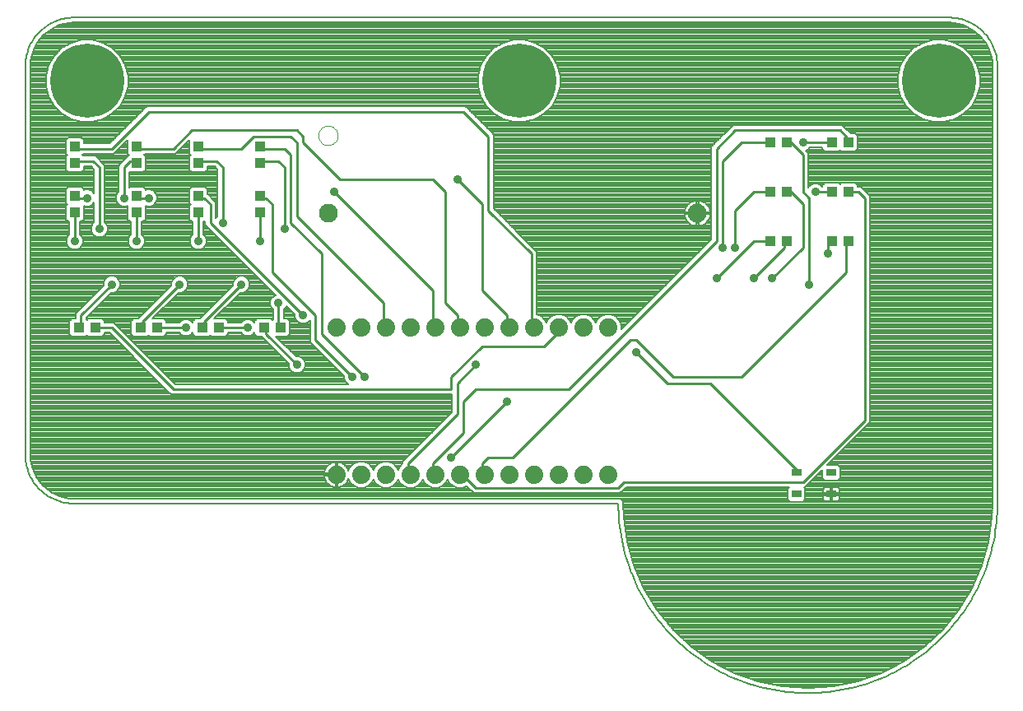
<source format=gtl>
G75*
%MOIN*%
%OFA0B0*%
%FSLAX24Y24*%
%IPPOS*%
%LPD*%
%AMOC8*
5,1,8,0,0,1.08239X$1,22.5*
%
%ADD10C,0.0080*%
%ADD11C,0.0740*%
%ADD12C,0.0768*%
%ADD13C,0.0000*%
%ADD14R,0.0394X0.0315*%
%ADD15R,0.0433X0.0394*%
%ADD16R,0.0394X0.0433*%
%ADD17C,0.0100*%
%ADD18C,0.0360*%
%ADD19C,0.3000*%
D10*
X002109Y007817D02*
X024156Y007817D01*
X024356Y007817D02*
X024356Y007900D01*
X024239Y008017D01*
X002109Y008017D01*
X001910Y008028D01*
X001524Y008116D01*
X001168Y008288D01*
X000858Y008535D01*
X000611Y008845D01*
X000439Y009202D01*
X000351Y009588D01*
X000340Y009786D01*
X000340Y025534D01*
X001080Y025534D01*
X001093Y025584D02*
X000980Y025162D01*
X000980Y024725D01*
X001093Y024302D01*
X001312Y023924D01*
X001621Y023615D01*
X001999Y023396D01*
X002421Y023283D01*
X002859Y023283D01*
X003281Y023396D01*
X003659Y023615D01*
X003968Y023924D01*
X004187Y024302D01*
X004300Y024725D01*
X004300Y025162D01*
X004187Y025584D01*
X003968Y025962D01*
X003659Y026271D01*
X003281Y026490D01*
X002859Y026603D01*
X002421Y026603D01*
X001999Y026490D01*
X001621Y026271D01*
X001312Y025962D01*
X001093Y025584D01*
X001110Y025613D02*
X000344Y025613D01*
X000349Y025691D02*
X001155Y025691D01*
X001200Y025770D02*
X000360Y025770D01*
X000351Y025732D02*
X000439Y026118D01*
X000611Y026475D01*
X000858Y026784D01*
X001168Y027031D01*
X001524Y027203D01*
X001910Y027291D01*
X002109Y027302D01*
X037542Y027302D01*
X037740Y027291D01*
X038126Y027203D01*
X038482Y027031D01*
X038792Y026784D01*
X039039Y026475D01*
X039211Y026118D01*
X039299Y025732D01*
X039310Y025534D01*
X038700Y025534D01*
X038687Y025584D02*
X038468Y025962D01*
X038159Y026271D01*
X037781Y026490D01*
X037359Y026603D01*
X036921Y026603D01*
X036499Y026490D01*
X036121Y026271D01*
X035812Y025962D01*
X035593Y025584D01*
X035480Y025162D01*
X035480Y024725D01*
X035593Y024302D01*
X035812Y023924D01*
X036121Y023615D01*
X036499Y023396D01*
X036921Y023283D01*
X037359Y023283D01*
X037781Y023396D01*
X038159Y023615D01*
X038468Y023924D01*
X038687Y024302D01*
X038800Y024725D01*
X038800Y025162D01*
X038687Y025584D01*
X038670Y025613D02*
X039306Y025613D01*
X039301Y025691D02*
X038625Y025691D01*
X038580Y025770D02*
X039290Y025770D01*
X039272Y025848D02*
X038534Y025848D01*
X038489Y025927D02*
X039254Y025927D01*
X039237Y026005D02*
X038426Y026005D01*
X038347Y026084D02*
X039219Y026084D01*
X039189Y026162D02*
X038269Y026162D01*
X038190Y026241D02*
X039152Y026241D01*
X039114Y026319D02*
X038077Y026319D01*
X037941Y026398D02*
X039076Y026398D01*
X039038Y026476D02*
X037805Y026476D01*
X037539Y026555D02*
X038975Y026555D01*
X038913Y026633D02*
X000738Y026633D01*
X000800Y026712D02*
X038850Y026712D01*
X038785Y026790D02*
X000866Y026790D01*
X000964Y026869D02*
X038686Y026869D01*
X038588Y026947D02*
X001062Y026947D01*
X001161Y027026D02*
X038489Y027026D01*
X038331Y027104D02*
X001319Y027104D01*
X001482Y027183D02*
X038168Y027183D01*
X037870Y027261D02*
X001780Y027261D01*
X002109Y027502D02*
X037542Y027502D01*
X036741Y026555D02*
X020539Y026555D01*
X020359Y026603D02*
X019921Y026603D01*
X019499Y026490D01*
X019121Y026271D01*
X018812Y025962D01*
X018593Y025584D01*
X018480Y025162D01*
X018480Y024725D01*
X018593Y024302D01*
X018812Y023924D01*
X019121Y023615D01*
X019499Y023396D01*
X019921Y023283D01*
X020359Y023283D01*
X020781Y023396D01*
X021159Y023615D01*
X021468Y023924D01*
X021687Y024302D01*
X021800Y024725D01*
X021800Y025162D01*
X021687Y025584D01*
X021468Y025962D01*
X021159Y026271D01*
X020781Y026490D01*
X020359Y026603D01*
X020805Y026476D02*
X036475Y026476D01*
X036339Y026398D02*
X020941Y026398D01*
X021077Y026319D02*
X036203Y026319D01*
X036090Y026241D02*
X021190Y026241D01*
X021269Y026162D02*
X036011Y026162D01*
X035933Y026084D02*
X021347Y026084D01*
X021426Y026005D02*
X035854Y026005D01*
X035791Y025927D02*
X021489Y025927D01*
X021534Y025848D02*
X035746Y025848D01*
X035700Y025770D02*
X021580Y025770D01*
X021625Y025691D02*
X035655Y025691D01*
X035610Y025613D02*
X021670Y025613D01*
X021700Y025534D02*
X035580Y025534D01*
X035559Y025456D02*
X021721Y025456D01*
X021742Y025377D02*
X035538Y025377D01*
X035517Y025299D02*
X021763Y025299D01*
X021784Y025220D02*
X035496Y025220D01*
X035480Y025142D02*
X021800Y025142D01*
X021800Y025063D02*
X035480Y025063D01*
X035480Y024985D02*
X021800Y024985D01*
X021800Y024906D02*
X035480Y024906D01*
X035480Y024828D02*
X021800Y024828D01*
X021800Y024749D02*
X035480Y024749D01*
X035494Y024671D02*
X021786Y024671D01*
X021765Y024592D02*
X035515Y024592D01*
X035537Y024514D02*
X021743Y024514D01*
X021722Y024435D02*
X035558Y024435D01*
X035579Y024357D02*
X021701Y024357D01*
X021673Y024278D02*
X035607Y024278D01*
X035652Y024200D02*
X021628Y024200D01*
X021582Y024121D02*
X035698Y024121D01*
X035743Y024043D02*
X021537Y024043D01*
X021492Y023964D02*
X035788Y023964D01*
X035850Y023886D02*
X021430Y023886D01*
X021352Y023807D02*
X035928Y023807D01*
X036007Y023729D02*
X021273Y023729D01*
X021195Y023650D02*
X036085Y023650D01*
X036195Y023572D02*
X021085Y023572D01*
X020949Y023493D02*
X036331Y023493D01*
X036467Y023415D02*
X020813Y023415D01*
X020557Y023336D02*
X036723Y023336D01*
X037557Y023336D02*
X039310Y023336D01*
X039310Y023258D02*
X018622Y023258D01*
X018544Y023336D02*
X019723Y023336D01*
X019467Y023415D02*
X018465Y023415D01*
X018387Y023493D02*
X019331Y023493D01*
X019195Y023572D02*
X018308Y023572D01*
X018230Y023650D02*
X019085Y023650D01*
X019007Y023729D02*
X018151Y023729D01*
X018100Y023780D02*
X017977Y023903D01*
X005053Y023903D01*
X004930Y023780D01*
X003553Y022403D01*
X002497Y022403D01*
X002497Y022561D01*
X002403Y022654D01*
X001877Y022654D01*
X001783Y022561D01*
X001783Y021995D01*
X001835Y021943D01*
X001783Y021891D01*
X001783Y021326D01*
X001877Y021232D01*
X002403Y021232D01*
X002497Y021326D01*
X002497Y021483D01*
X002803Y021483D01*
X002930Y021356D01*
X002930Y020381D01*
X002928Y020386D01*
X002833Y020481D01*
X002708Y020533D01*
X002572Y020533D01*
X002497Y020502D01*
X002497Y020561D01*
X002403Y020654D01*
X001877Y020654D01*
X001783Y020561D01*
X001783Y019995D01*
X001835Y019943D01*
X001783Y019891D01*
X001783Y019326D01*
X001877Y019232D01*
X001930Y019232D01*
X001930Y018714D01*
X001852Y018636D01*
X001800Y018511D01*
X001800Y018376D01*
X001852Y018251D01*
X001947Y018155D01*
X000340Y018155D01*
X000340Y018077D02*
X008459Y018077D01*
X008381Y018155D02*
X007333Y018155D01*
X007428Y018251D01*
X007480Y018376D01*
X007480Y018511D01*
X007428Y018636D01*
X007350Y018714D01*
X007350Y019232D01*
X007403Y019232D01*
X007430Y019259D01*
X007430Y019106D01*
X010273Y016263D01*
X010197Y016231D01*
X010102Y016136D01*
X010050Y016011D01*
X010050Y015876D01*
X010102Y015751D01*
X010180Y015672D01*
X010180Y015288D01*
X010140Y015248D01*
X010088Y015300D01*
X009523Y015300D01*
X009429Y015206D01*
X009429Y015134D01*
X009428Y015136D01*
X009333Y015231D01*
X009208Y015283D01*
X009072Y015283D01*
X008947Y015231D01*
X008869Y015153D01*
X008351Y015153D01*
X008351Y015206D01*
X008257Y015300D01*
X007794Y015300D01*
X008847Y016353D01*
X008958Y016353D01*
X009083Y016405D01*
X009178Y016501D01*
X009230Y016626D01*
X009230Y016761D01*
X009178Y016886D01*
X009083Y016981D01*
X008958Y017033D01*
X008822Y017033D01*
X008697Y016981D01*
X008602Y016886D01*
X008550Y016761D01*
X008550Y016650D01*
X007200Y015300D01*
X007023Y015300D01*
X006929Y015206D01*
X006929Y015134D01*
X006928Y015136D01*
X006833Y015231D01*
X006708Y015283D01*
X006572Y015283D01*
X006447Y015231D01*
X006369Y015153D01*
X005851Y015153D01*
X005851Y015206D01*
X005757Y015300D01*
X005294Y015300D01*
X006347Y016353D01*
X006458Y016353D01*
X006583Y016405D01*
X006678Y016501D01*
X006730Y016626D01*
X006730Y016761D01*
X006678Y016886D01*
X006583Y016981D01*
X006458Y017033D01*
X006322Y017033D01*
X006197Y016981D01*
X006102Y016886D01*
X006050Y016761D01*
X006050Y016650D01*
X004700Y015300D01*
X004523Y015300D01*
X004429Y015206D01*
X004429Y014680D01*
X004523Y014586D01*
X005088Y014586D01*
X005140Y014638D01*
X005192Y014586D01*
X005757Y014586D01*
X005851Y014680D01*
X005851Y014733D01*
X006369Y014733D01*
X006447Y014655D01*
X006572Y014603D01*
X006708Y014603D01*
X006833Y014655D01*
X006928Y014751D01*
X006929Y014752D01*
X006929Y014680D01*
X007023Y014586D01*
X007588Y014586D01*
X007640Y014638D01*
X007692Y014586D01*
X008257Y014586D01*
X008351Y014680D01*
X008351Y014733D01*
X008869Y014733D01*
X008947Y014655D01*
X009072Y014603D01*
X009208Y014603D01*
X009333Y014655D01*
X009428Y014751D01*
X009429Y014752D01*
X009429Y014680D01*
X009523Y014586D01*
X009700Y014586D01*
X010800Y013486D01*
X010800Y013376D01*
X010852Y013251D01*
X010947Y013155D01*
X011072Y013103D01*
X011208Y013103D01*
X011333Y013155D01*
X011428Y013251D01*
X011480Y013376D01*
X011480Y013511D01*
X011428Y013636D01*
X011333Y013731D01*
X011208Y013783D01*
X011097Y013783D01*
X010294Y014586D01*
X010757Y014586D01*
X010851Y014680D01*
X010851Y015206D01*
X010757Y015300D01*
X010600Y015300D01*
X010600Y015672D01*
X010678Y015751D01*
X010710Y015826D01*
X011050Y015486D01*
X011050Y015376D01*
X011102Y015251D01*
X010807Y015251D01*
X010851Y015172D02*
X011180Y015172D01*
X011197Y015155D02*
X011322Y015103D01*
X011458Y015103D01*
X011583Y015155D01*
X011678Y015251D01*
X011680Y015251D01*
X011678Y015251D02*
X011680Y015255D01*
X011680Y014356D01*
X013050Y012986D01*
X013050Y012876D01*
X013102Y012751D01*
X013197Y012655D01*
X013202Y012653D01*
X006227Y012653D01*
X003727Y015153D01*
X003351Y015153D01*
X003351Y015206D01*
X003257Y015300D01*
X002692Y015300D01*
X002640Y015248D01*
X002600Y015288D01*
X002600Y015356D01*
X003597Y016353D01*
X003708Y016353D01*
X003833Y016405D01*
X003928Y016501D01*
X003980Y016626D01*
X003980Y016761D01*
X003928Y016886D01*
X003833Y016981D01*
X003708Y017033D01*
X003572Y017033D01*
X003447Y016981D01*
X003352Y016886D01*
X003300Y016761D01*
X003300Y016650D01*
X002180Y015530D01*
X002180Y015300D01*
X002023Y015300D01*
X001929Y015206D01*
X001929Y014680D01*
X002023Y014586D01*
X002588Y014586D01*
X002640Y014638D01*
X002692Y014586D01*
X003257Y014586D01*
X003351Y014680D01*
X003351Y014733D01*
X003553Y014733D01*
X005930Y012356D01*
X006053Y012233D01*
X017430Y012233D01*
X017430Y011530D01*
X015553Y009653D01*
X015430Y009530D01*
X015430Y009432D01*
X015293Y009295D01*
X015242Y009172D01*
X015192Y009295D01*
X015043Y009444D01*
X014848Y009524D01*
X014637Y009524D01*
X014442Y009444D01*
X014293Y009295D01*
X014242Y009172D01*
X014192Y009295D01*
X014043Y009444D01*
X013848Y009524D01*
X013637Y009524D01*
X013442Y009444D01*
X013293Y009295D01*
X013230Y009143D01*
X013215Y009190D01*
X013179Y009262D01*
X013131Y009327D01*
X013075Y009383D01*
X013010Y009431D01*
X012938Y009467D01*
X012862Y009492D01*
X012783Y009504D01*
X012782Y009504D01*
X012782Y009034D01*
X012702Y009034D01*
X012702Y008954D01*
X012232Y008954D01*
X012245Y008875D01*
X012270Y008799D01*
X012306Y008727D01*
X012353Y008662D01*
X012410Y008605D01*
X012475Y008558D01*
X012547Y008522D01*
X012623Y008497D01*
X012702Y008484D01*
X012702Y008484D01*
X012702Y008954D01*
X012782Y008954D01*
X012782Y008484D01*
X012783Y008484D01*
X012862Y008497D01*
X012938Y008522D01*
X013010Y008558D01*
X013075Y008605D01*
X013131Y008662D01*
X013179Y008727D01*
X013215Y008799D01*
X013230Y008846D01*
X013293Y008694D01*
X013442Y008545D01*
X013637Y008464D01*
X013848Y008464D01*
X014043Y008545D01*
X014192Y008694D01*
X014242Y008816D01*
X014293Y008694D01*
X014442Y008545D01*
X014637Y008464D01*
X014848Y008464D01*
X015043Y008545D01*
X015192Y008694D01*
X015242Y008816D01*
X015293Y008694D01*
X015442Y008545D01*
X015637Y008464D01*
X015848Y008464D01*
X016043Y008545D01*
X016192Y008694D01*
X016242Y008816D01*
X016293Y008694D01*
X016442Y008545D01*
X016637Y008464D01*
X016848Y008464D01*
X017043Y008545D01*
X017192Y008694D01*
X017242Y008816D01*
X017293Y008694D01*
X017442Y008545D01*
X017637Y008464D01*
X017848Y008464D01*
X018006Y008530D01*
X018303Y008233D01*
X024227Y008233D01*
X024350Y008356D01*
X024477Y008483D01*
X031072Y008483D01*
X031011Y008423D01*
X031011Y007975D01*
X031105Y007882D01*
X031631Y007882D01*
X031725Y007975D01*
X031725Y008423D01*
X031665Y008483D01*
X031727Y008483D01*
X031850Y008606D01*
X032429Y009185D01*
X032429Y008841D01*
X032523Y008748D01*
X033049Y008748D01*
X033143Y008841D01*
X033143Y009289D01*
X033049Y009383D01*
X032627Y009383D01*
X034350Y011106D01*
X034350Y020280D01*
X034227Y020403D01*
X034100Y020530D01*
X033977Y020653D01*
X033851Y020653D01*
X033851Y020706D01*
X033757Y020800D01*
X033192Y020800D01*
X033140Y020748D01*
X033088Y020800D01*
X032523Y020800D01*
X032429Y020706D01*
X032429Y020653D01*
X032411Y020653D01*
X032333Y020731D01*
X032208Y020783D01*
X032072Y020783D01*
X031947Y020731D01*
X031852Y020636D01*
X031850Y020631D01*
X031850Y022030D01*
X031757Y022123D01*
X031833Y022155D01*
X031911Y022233D01*
X032429Y022233D01*
X032429Y022180D01*
X032523Y022086D01*
X033088Y022086D01*
X033140Y022138D01*
X033192Y022086D01*
X033757Y022086D01*
X033851Y022180D01*
X033851Y022706D01*
X033757Y022800D01*
X033580Y022800D01*
X033350Y023030D01*
X033227Y023153D01*
X028803Y023153D01*
X027930Y022280D01*
X027930Y018530D01*
X024272Y014872D01*
X024272Y015068D01*
X024192Y015263D01*
X024043Y015412D01*
X023848Y015493D01*
X023637Y015493D01*
X023442Y015412D01*
X023293Y015263D01*
X023242Y015141D01*
X023192Y015263D01*
X023043Y015412D01*
X022848Y015493D01*
X022637Y015493D01*
X022442Y015412D01*
X022293Y015263D01*
X022242Y015141D01*
X022192Y015263D01*
X022043Y015412D01*
X021848Y015493D01*
X021637Y015493D01*
X021442Y015412D01*
X021293Y015263D01*
X021242Y015141D01*
X021192Y015263D01*
X021043Y015412D01*
X020850Y015492D01*
X020850Y018030D01*
X020727Y018153D01*
X019100Y019780D01*
X019100Y022780D01*
X018977Y022903D01*
X018100Y023780D01*
X018073Y023807D02*
X018928Y023807D01*
X018850Y023886D02*
X017994Y023886D01*
X018607Y024278D02*
X004173Y024278D01*
X004201Y024357D02*
X018579Y024357D01*
X018558Y024435D02*
X004222Y024435D01*
X004243Y024514D02*
X018537Y024514D01*
X018515Y024592D02*
X004265Y024592D01*
X004286Y024671D02*
X018494Y024671D01*
X018480Y024749D02*
X004300Y024749D01*
X004300Y024828D02*
X018480Y024828D01*
X018480Y024906D02*
X004300Y024906D01*
X004300Y024985D02*
X018480Y024985D01*
X018480Y025063D02*
X004300Y025063D01*
X004300Y025142D02*
X018480Y025142D01*
X018496Y025220D02*
X004284Y025220D01*
X004263Y025299D02*
X018517Y025299D01*
X018538Y025377D02*
X004242Y025377D01*
X004221Y025456D02*
X018559Y025456D01*
X018580Y025534D02*
X004200Y025534D01*
X004170Y025613D02*
X018610Y025613D01*
X018655Y025691D02*
X004125Y025691D01*
X004080Y025770D02*
X018700Y025770D01*
X018746Y025848D02*
X004034Y025848D01*
X003989Y025927D02*
X018791Y025927D01*
X018854Y026005D02*
X003926Y026005D01*
X003847Y026084D02*
X018933Y026084D01*
X019011Y026162D02*
X003769Y026162D01*
X003690Y026241D02*
X019090Y026241D01*
X019203Y026319D02*
X003577Y026319D01*
X003441Y026398D02*
X019339Y026398D01*
X019475Y026476D02*
X003305Y026476D01*
X003039Y026555D02*
X019741Y026555D01*
X018652Y024200D02*
X004128Y024200D01*
X004082Y024121D02*
X018698Y024121D01*
X018743Y024043D02*
X004037Y024043D01*
X003992Y023964D02*
X018788Y023964D01*
X018701Y023179D02*
X039310Y023179D01*
X039310Y023101D02*
X033279Y023101D01*
X033358Y023022D02*
X039310Y023022D01*
X039310Y022944D02*
X033436Y022944D01*
X033515Y022865D02*
X039310Y022865D01*
X039310Y022787D02*
X033771Y022787D01*
X033849Y022708D02*
X039310Y022708D01*
X039310Y022630D02*
X033851Y022630D01*
X033851Y022551D02*
X039310Y022551D01*
X039310Y022473D02*
X033851Y022473D01*
X033851Y022394D02*
X039310Y022394D01*
X039310Y022316D02*
X033851Y022316D01*
X033851Y022237D02*
X039310Y022237D01*
X039310Y022159D02*
X033830Y022159D01*
X032450Y022159D02*
X031836Y022159D01*
X031800Y022080D02*
X039310Y022080D01*
X039310Y022002D02*
X031850Y022002D01*
X031850Y021923D02*
X039310Y021923D01*
X039310Y021845D02*
X031850Y021845D01*
X031850Y021766D02*
X039310Y021766D01*
X039310Y021688D02*
X031850Y021688D01*
X031850Y021609D02*
X039310Y021609D01*
X039310Y021531D02*
X031850Y021531D01*
X031850Y021452D02*
X039310Y021452D01*
X039310Y021374D02*
X031850Y021374D01*
X031850Y021295D02*
X039310Y021295D01*
X039310Y021217D02*
X031850Y021217D01*
X031850Y021138D02*
X039310Y021138D01*
X039310Y021060D02*
X031850Y021060D01*
X031850Y020981D02*
X039310Y020981D01*
X039310Y020903D02*
X031850Y020903D01*
X031850Y020824D02*
X039310Y020824D01*
X039310Y020746D02*
X033812Y020746D01*
X033851Y020667D02*
X039310Y020667D01*
X039310Y020589D02*
X034041Y020589D01*
X034120Y020510D02*
X039310Y020510D01*
X039310Y020432D02*
X034198Y020432D01*
X034277Y020353D02*
X039310Y020353D01*
X039310Y020275D02*
X034350Y020275D01*
X034350Y020196D02*
X039310Y020196D01*
X039310Y020118D02*
X034350Y020118D01*
X034350Y020039D02*
X039310Y020039D01*
X039310Y019961D02*
X034350Y019961D01*
X034350Y019882D02*
X039310Y019882D01*
X039310Y019804D02*
X034350Y019804D01*
X034350Y019725D02*
X039310Y019725D01*
X039310Y019647D02*
X034350Y019647D01*
X034350Y019568D02*
X039310Y019568D01*
X039310Y019490D02*
X034350Y019490D01*
X034350Y019411D02*
X039310Y019411D01*
X039310Y019333D02*
X034350Y019333D01*
X034350Y019254D02*
X039310Y019254D01*
X039310Y019176D02*
X034350Y019176D01*
X034350Y019097D02*
X039310Y019097D01*
X039310Y019019D02*
X034350Y019019D01*
X034350Y018940D02*
X039310Y018940D01*
X039310Y018862D02*
X034350Y018862D01*
X034350Y018783D02*
X039310Y018783D01*
X039310Y018705D02*
X034350Y018705D01*
X034350Y018626D02*
X039310Y018626D01*
X039310Y018548D02*
X034350Y018548D01*
X034350Y018469D02*
X039310Y018469D01*
X039310Y018391D02*
X034350Y018391D01*
X034350Y018312D02*
X039310Y018312D01*
X039310Y018234D02*
X034350Y018234D01*
X034350Y018155D02*
X039310Y018155D01*
X039310Y018077D02*
X034350Y018077D01*
X034350Y017998D02*
X039310Y017998D01*
X039310Y017920D02*
X034350Y017920D01*
X034350Y017841D02*
X039310Y017841D01*
X039310Y017763D02*
X034350Y017763D01*
X034350Y017684D02*
X039310Y017684D01*
X039310Y017606D02*
X034350Y017606D01*
X034350Y017527D02*
X039310Y017527D01*
X039310Y017449D02*
X034350Y017449D01*
X034350Y017370D02*
X039310Y017370D01*
X039310Y017292D02*
X034350Y017292D01*
X034350Y017213D02*
X039310Y017213D01*
X039310Y017135D02*
X034350Y017135D01*
X034350Y017056D02*
X039310Y017056D01*
X039310Y016978D02*
X034350Y016978D01*
X034350Y016899D02*
X039310Y016899D01*
X039310Y016821D02*
X034350Y016821D01*
X034350Y016742D02*
X039310Y016742D01*
X039310Y016664D02*
X034350Y016664D01*
X034350Y016585D02*
X039310Y016585D01*
X039310Y016507D02*
X034350Y016507D01*
X034350Y016428D02*
X039310Y016428D01*
X039310Y016350D02*
X034350Y016350D01*
X034350Y016271D02*
X039310Y016271D01*
X039310Y016193D02*
X034350Y016193D01*
X034350Y016114D02*
X039310Y016114D01*
X039310Y016036D02*
X034350Y016036D01*
X034350Y015957D02*
X039310Y015957D01*
X039310Y015879D02*
X034350Y015879D01*
X034350Y015800D02*
X039310Y015800D01*
X039310Y015722D02*
X034350Y015722D01*
X034350Y015643D02*
X039310Y015643D01*
X039310Y015565D02*
X034350Y015565D01*
X034350Y015486D02*
X039310Y015486D01*
X039310Y015408D02*
X034350Y015408D01*
X034350Y015329D02*
X039310Y015329D01*
X039310Y015251D02*
X034350Y015251D01*
X034350Y015172D02*
X039310Y015172D01*
X039310Y015094D02*
X034350Y015094D01*
X034350Y015015D02*
X039310Y015015D01*
X039310Y014937D02*
X034350Y014937D01*
X034350Y014858D02*
X039310Y014858D01*
X039310Y014780D02*
X034350Y014780D01*
X034350Y014701D02*
X039310Y014701D01*
X039310Y014623D02*
X034350Y014623D01*
X034350Y014544D02*
X039310Y014544D01*
X039310Y014466D02*
X034350Y014466D01*
X034350Y014387D02*
X039310Y014387D01*
X039310Y014309D02*
X034350Y014309D01*
X034350Y014230D02*
X039310Y014230D01*
X039310Y014152D02*
X034350Y014152D01*
X034350Y014073D02*
X039310Y014073D01*
X039310Y013995D02*
X034350Y013995D01*
X034350Y013916D02*
X039310Y013916D01*
X039310Y013838D02*
X034350Y013838D01*
X034350Y013759D02*
X039310Y013759D01*
X039310Y013681D02*
X034350Y013681D01*
X034350Y013602D02*
X039310Y013602D01*
X039310Y013524D02*
X034350Y013524D01*
X034350Y013445D02*
X039310Y013445D01*
X039310Y013367D02*
X034350Y013367D01*
X034350Y013288D02*
X039310Y013288D01*
X039310Y013210D02*
X034350Y013210D01*
X034350Y013131D02*
X039310Y013131D01*
X039310Y013053D02*
X034350Y013053D01*
X034350Y012974D02*
X039310Y012974D01*
X039310Y012896D02*
X034350Y012896D01*
X034350Y012817D02*
X039310Y012817D01*
X039310Y012739D02*
X034350Y012739D01*
X034350Y012660D02*
X039310Y012660D01*
X039310Y012582D02*
X034350Y012582D01*
X034350Y012503D02*
X039310Y012503D01*
X039310Y012425D02*
X034350Y012425D01*
X034350Y012346D02*
X039310Y012346D01*
X039310Y012268D02*
X034350Y012268D01*
X034350Y012189D02*
X039310Y012189D01*
X039310Y012111D02*
X034350Y012111D01*
X034350Y012032D02*
X039310Y012032D01*
X039310Y011954D02*
X034350Y011954D01*
X034350Y011875D02*
X039310Y011875D01*
X039310Y011797D02*
X034350Y011797D01*
X034350Y011718D02*
X039310Y011718D01*
X039310Y011640D02*
X034350Y011640D01*
X034350Y011561D02*
X039310Y011561D01*
X039310Y011483D02*
X034350Y011483D01*
X034350Y011404D02*
X039310Y011404D01*
X039310Y011326D02*
X034350Y011326D01*
X034350Y011247D02*
X039310Y011247D01*
X039310Y011169D02*
X034350Y011169D01*
X034334Y011090D02*
X039310Y011090D01*
X039310Y011012D02*
X034256Y011012D01*
X034177Y010933D02*
X039310Y010933D01*
X039310Y010855D02*
X034099Y010855D01*
X034020Y010776D02*
X039310Y010776D01*
X039310Y010698D02*
X033942Y010698D01*
X033863Y010619D02*
X039310Y010619D01*
X039310Y010541D02*
X033785Y010541D01*
X033706Y010462D02*
X039310Y010462D01*
X039310Y010384D02*
X033628Y010384D01*
X033549Y010305D02*
X039310Y010305D01*
X039310Y010227D02*
X033471Y010227D01*
X033392Y010148D02*
X039310Y010148D01*
X039310Y010070D02*
X033314Y010070D01*
X033235Y009991D02*
X039310Y009991D01*
X039310Y009913D02*
X033157Y009913D01*
X033078Y009834D02*
X039310Y009834D01*
X039310Y009756D02*
X033000Y009756D01*
X032921Y009677D02*
X039310Y009677D01*
X039310Y009599D02*
X032843Y009599D01*
X032764Y009520D02*
X039310Y009520D01*
X039310Y009442D02*
X032686Y009442D01*
X033068Y009363D02*
X039310Y009363D01*
X039310Y009285D02*
X033143Y009285D01*
X033143Y009206D02*
X039310Y009206D01*
X039310Y009128D02*
X033143Y009128D01*
X033143Y009049D02*
X039310Y009049D01*
X039310Y008971D02*
X033143Y008971D01*
X033143Y008892D02*
X039310Y008892D01*
X039310Y008814D02*
X033115Y008814D01*
X033037Y008487D02*
X033001Y008497D01*
X032824Y008497D01*
X032824Y008238D01*
X032747Y008238D01*
X032747Y008497D01*
X032570Y008497D01*
X032535Y008487D01*
X032503Y008469D01*
X032477Y008442D01*
X032458Y008411D01*
X032449Y008375D01*
X032449Y008238D01*
X032747Y008238D01*
X032747Y008160D01*
X032824Y008160D01*
X032824Y007902D01*
X033001Y007902D01*
X033037Y007911D01*
X033068Y007930D01*
X033095Y007956D01*
X033113Y007988D01*
X033123Y008023D01*
X033123Y008160D01*
X032824Y008160D01*
X032824Y008238D01*
X033123Y008238D01*
X033123Y008375D01*
X033113Y008411D01*
X033095Y008442D01*
X033068Y008469D01*
X033037Y008487D01*
X033107Y008421D02*
X039310Y008421D01*
X039310Y008343D02*
X033123Y008343D01*
X033123Y008264D02*
X039310Y008264D01*
X039310Y008186D02*
X032824Y008186D01*
X032747Y008186D02*
X031725Y008186D01*
X031725Y008264D02*
X032449Y008264D01*
X032449Y008343D02*
X031725Y008343D01*
X031725Y008421D02*
X032464Y008421D01*
X032449Y008160D02*
X032449Y008023D01*
X032458Y007988D01*
X032477Y007956D01*
X032503Y007930D01*
X032535Y007911D01*
X032570Y007902D01*
X032747Y007902D01*
X032747Y008160D01*
X032449Y008160D01*
X032449Y008107D02*
X031725Y008107D01*
X031725Y008029D02*
X032449Y008029D01*
X032482Y007950D02*
X031700Y007950D01*
X024156Y007817D02*
X024158Y007630D01*
X024165Y007443D01*
X024176Y007257D01*
X024192Y007070D01*
X024213Y006885D01*
X024238Y006699D01*
X024267Y006515D01*
X024301Y006331D01*
X024340Y006148D01*
X024383Y005966D01*
X024430Y005785D01*
X024482Y005605D01*
X024538Y005427D01*
X024598Y005250D01*
X024663Y005075D01*
X024731Y004901D01*
X024805Y004729D01*
X024882Y004558D01*
X024963Y004390D01*
X025049Y004224D01*
X025138Y004060D01*
X025232Y003898D01*
X025329Y003738D01*
X025430Y003581D01*
X025535Y003426D01*
X025644Y003274D01*
X025757Y003125D01*
X025873Y002978D01*
X025992Y002835D01*
X026115Y002694D01*
X026242Y002556D01*
X026372Y002422D01*
X026505Y002290D01*
X026641Y002162D01*
X026780Y002037D01*
X026922Y001916D01*
X027067Y001798D01*
X027215Y001684D01*
X027366Y001573D01*
X027519Y001466D01*
X027675Y001363D01*
X027834Y001264D01*
X027995Y001169D01*
X028158Y001077D01*
X028323Y000990D01*
X028490Y000906D01*
X028659Y000827D01*
X028830Y000752D01*
X029003Y000680D01*
X029178Y000614D01*
X029354Y000551D01*
X029532Y000493D01*
X029711Y000439D01*
X029891Y000390D01*
X030073Y000345D01*
X030255Y000304D01*
X030439Y000268D01*
X030623Y000236D01*
X030808Y000209D01*
X030993Y000186D01*
X031179Y000168D01*
X031366Y000154D01*
X031553Y000145D01*
X031740Y000141D01*
X031926Y000141D01*
X032113Y000145D01*
X032300Y000154D01*
X032487Y000168D01*
X032673Y000186D01*
X032858Y000209D01*
X033043Y000236D01*
X033227Y000268D01*
X033411Y000304D01*
X033593Y000345D01*
X033775Y000390D01*
X033955Y000439D01*
X034134Y000493D01*
X034312Y000551D01*
X034488Y000614D01*
X034663Y000680D01*
X034836Y000752D01*
X035007Y000827D01*
X035176Y000906D01*
X035343Y000990D01*
X035508Y001077D01*
X035672Y001169D01*
X035832Y001264D01*
X035991Y001363D01*
X036147Y001466D01*
X036300Y001573D01*
X036451Y001684D01*
X036599Y001798D01*
X036744Y001916D01*
X036886Y002037D01*
X037025Y002162D01*
X037161Y002290D01*
X037294Y002422D01*
X037424Y002556D01*
X037551Y002694D01*
X037674Y002835D01*
X037793Y002978D01*
X037909Y003125D01*
X038022Y003274D01*
X038131Y003426D01*
X038236Y003581D01*
X038337Y003738D01*
X038434Y003898D01*
X038528Y004060D01*
X038617Y004224D01*
X038703Y004390D01*
X038784Y004558D01*
X038861Y004729D01*
X038935Y004901D01*
X039003Y005075D01*
X039068Y005250D01*
X039128Y005427D01*
X039184Y005605D01*
X039236Y005785D01*
X039283Y005966D01*
X039326Y006148D01*
X039365Y006331D01*
X039399Y006515D01*
X039428Y006699D01*
X039453Y006885D01*
X039474Y007070D01*
X039490Y007257D01*
X039501Y007443D01*
X039508Y007630D01*
X039510Y007817D01*
X039510Y025534D01*
X039310Y025534D02*
X039310Y007817D01*
X039293Y007307D01*
X039154Y006296D01*
X038878Y005313D01*
X038472Y004377D01*
X037942Y003505D01*
X037297Y002714D01*
X036552Y002017D01*
X035718Y001429D01*
X034812Y000959D01*
X033850Y000617D01*
X032851Y000410D01*
X031833Y000340D01*
X030815Y000410D01*
X029816Y000617D01*
X028854Y000959D01*
X027948Y001429D01*
X027114Y002017D01*
X026368Y002714D01*
X025724Y003505D01*
X025194Y004377D01*
X024787Y005313D01*
X024512Y006296D01*
X024373Y007307D01*
X024356Y007817D01*
X024357Y007793D02*
X039309Y007793D01*
X039307Y007715D02*
X024359Y007715D01*
X024362Y007636D02*
X039304Y007636D01*
X039301Y007558D02*
X024365Y007558D01*
X024367Y007479D02*
X039299Y007479D01*
X039296Y007401D02*
X024370Y007401D01*
X024373Y007322D02*
X039293Y007322D01*
X039284Y007244D02*
X024382Y007244D01*
X024393Y007165D02*
X039273Y007165D01*
X039262Y007087D02*
X024403Y007087D01*
X024414Y007008D02*
X039252Y007008D01*
X039241Y006930D02*
X024425Y006930D01*
X024436Y006851D02*
X039230Y006851D01*
X039219Y006773D02*
X024447Y006773D01*
X024457Y006694D02*
X039208Y006694D01*
X039198Y006616D02*
X024468Y006616D01*
X024479Y006537D02*
X039187Y006537D01*
X039176Y006459D02*
X024490Y006459D01*
X024501Y006380D02*
X039165Y006380D01*
X039154Y006302D02*
X024511Y006302D01*
X024533Y006223D02*
X039133Y006223D01*
X039111Y006145D02*
X024555Y006145D01*
X024577Y006066D02*
X039089Y006066D01*
X039067Y005988D02*
X024598Y005988D01*
X024620Y005909D02*
X039045Y005909D01*
X039023Y005831D02*
X024642Y005831D01*
X024664Y005752D02*
X039001Y005752D01*
X038979Y005674D02*
X024686Y005674D01*
X024708Y005595D02*
X038957Y005595D01*
X038935Y005517D02*
X024730Y005517D01*
X024752Y005438D02*
X038913Y005438D01*
X038891Y005360D02*
X024774Y005360D01*
X024801Y005281D02*
X038864Y005281D01*
X038830Y005203D02*
X024835Y005203D01*
X024870Y005124D02*
X038796Y005124D01*
X038762Y005046D02*
X024904Y005046D01*
X024938Y004967D02*
X038728Y004967D01*
X038694Y004889D02*
X024972Y004889D01*
X025006Y004810D02*
X038660Y004810D01*
X038626Y004732D02*
X025040Y004732D01*
X025074Y004653D02*
X038592Y004653D01*
X038558Y004575D02*
X025108Y004575D01*
X025142Y004496D02*
X038523Y004496D01*
X038489Y004418D02*
X025176Y004418D01*
X025217Y004339D02*
X038449Y004339D01*
X038401Y004261D02*
X025265Y004261D01*
X025313Y004182D02*
X038353Y004182D01*
X038305Y004104D02*
X025360Y004104D01*
X025408Y004025D02*
X038258Y004025D01*
X038210Y003947D02*
X025456Y003947D01*
X025504Y003868D02*
X038162Y003868D01*
X038114Y003790D02*
X025551Y003790D01*
X025599Y003711D02*
X038067Y003711D01*
X038019Y003633D02*
X025647Y003633D01*
X025695Y003554D02*
X037971Y003554D01*
X037917Y003476D02*
X025748Y003476D01*
X025812Y003397D02*
X037854Y003397D01*
X037790Y003319D02*
X025876Y003319D01*
X025940Y003240D02*
X037726Y003240D01*
X037662Y003162D02*
X026004Y003162D01*
X026068Y003083D02*
X037598Y003083D01*
X037534Y003005D02*
X026132Y003005D01*
X026195Y002926D02*
X037470Y002926D01*
X037407Y002848D02*
X026259Y002848D01*
X026323Y002769D02*
X037343Y002769D01*
X037273Y002691D02*
X026393Y002691D01*
X026477Y002612D02*
X037189Y002612D01*
X037105Y002534D02*
X026561Y002534D01*
X026645Y002455D02*
X037021Y002455D01*
X036937Y002377D02*
X026729Y002377D01*
X026813Y002298D02*
X036853Y002298D01*
X036769Y002220D02*
X026897Y002220D01*
X026981Y002141D02*
X036685Y002141D01*
X036601Y002063D02*
X027065Y002063D01*
X027161Y001984D02*
X036505Y001984D01*
X036394Y001906D02*
X027272Y001906D01*
X027383Y001827D02*
X036283Y001827D01*
X036171Y001749D02*
X027494Y001749D01*
X027606Y001670D02*
X036060Y001670D01*
X035949Y001592D02*
X027717Y001592D01*
X027828Y001513D02*
X035838Y001513D01*
X035727Y001435D02*
X027939Y001435D01*
X028088Y001356D02*
X035578Y001356D01*
X035427Y001278D02*
X028239Y001278D01*
X028391Y001199D02*
X035275Y001199D01*
X035124Y001121D02*
X028542Y001121D01*
X028694Y001042D02*
X034972Y001042D01*
X034821Y000964D02*
X028845Y000964D01*
X029062Y000885D02*
X034604Y000885D01*
X034383Y000807D02*
X029283Y000807D01*
X029504Y000728D02*
X034162Y000728D01*
X033941Y000650D02*
X029724Y000650D01*
X030038Y000571D02*
X033628Y000571D01*
X033251Y000493D02*
X030415Y000493D01*
X030793Y000414D02*
X032873Y000414D01*
X032824Y007950D02*
X032747Y007950D01*
X032747Y008029D02*
X032824Y008029D01*
X032824Y008107D02*
X032747Y008107D01*
X032747Y008264D02*
X032824Y008264D01*
X032824Y008343D02*
X032747Y008343D01*
X032747Y008421D02*
X032824Y008421D01*
X033123Y008107D02*
X039310Y008107D01*
X039310Y008029D02*
X033123Y008029D01*
X033089Y007950D02*
X039310Y007950D01*
X039310Y007872D02*
X024356Y007872D01*
X024306Y007950D02*
X031037Y007950D01*
X031011Y008029D02*
X001909Y008029D01*
X001565Y008107D02*
X031011Y008107D01*
X031011Y008186D02*
X001381Y008186D01*
X001218Y008264D02*
X018272Y008264D01*
X018193Y008343D02*
X001099Y008343D01*
X001001Y008421D02*
X018115Y008421D01*
X018036Y008500D02*
X017933Y008500D01*
X017552Y008500D02*
X016933Y008500D01*
X017076Y008578D02*
X017409Y008578D01*
X017330Y008657D02*
X017154Y008657D01*
X017209Y008735D02*
X017276Y008735D01*
X017244Y008814D02*
X017241Y008814D01*
X016552Y008500D02*
X015933Y008500D01*
X016076Y008578D02*
X016409Y008578D01*
X016330Y008657D02*
X016154Y008657D01*
X016209Y008735D02*
X016276Y008735D01*
X016244Y008814D02*
X016241Y008814D01*
X015552Y008500D02*
X014933Y008500D01*
X015076Y008578D02*
X015409Y008578D01*
X015330Y008657D02*
X015154Y008657D01*
X015209Y008735D02*
X015276Y008735D01*
X015244Y008814D02*
X015241Y008814D01*
X015228Y009206D02*
X015256Y009206D01*
X015289Y009285D02*
X015196Y009285D01*
X015123Y009363D02*
X015362Y009363D01*
X015430Y009442D02*
X015045Y009442D01*
X014858Y009520D02*
X015430Y009520D01*
X015499Y009599D02*
X000351Y009599D01*
X000346Y009677D02*
X015577Y009677D01*
X015553Y009653D02*
X015553Y009653D01*
X015656Y009756D02*
X000342Y009756D01*
X000340Y009834D02*
X015734Y009834D01*
X015813Y009913D02*
X000340Y009913D01*
X000340Y009991D02*
X015891Y009991D01*
X015970Y010070D02*
X000340Y010070D01*
X000340Y010148D02*
X016048Y010148D01*
X016127Y010227D02*
X000340Y010227D01*
X000340Y010305D02*
X016205Y010305D01*
X016284Y010384D02*
X000340Y010384D01*
X000340Y010462D02*
X016362Y010462D01*
X016441Y010541D02*
X000340Y010541D01*
X000340Y010619D02*
X016519Y010619D01*
X016598Y010698D02*
X000340Y010698D01*
X000340Y010776D02*
X016676Y010776D01*
X016755Y010855D02*
X000340Y010855D01*
X000340Y010933D02*
X016833Y010933D01*
X016912Y011012D02*
X000340Y011012D01*
X000340Y011090D02*
X016990Y011090D01*
X017069Y011169D02*
X000340Y011169D01*
X000340Y011247D02*
X017147Y011247D01*
X017226Y011326D02*
X000340Y011326D01*
X000340Y011404D02*
X017304Y011404D01*
X017383Y011483D02*
X000340Y011483D01*
X000340Y011561D02*
X017430Y011561D01*
X017430Y011640D02*
X000340Y011640D01*
X000340Y011718D02*
X017430Y011718D01*
X017430Y011797D02*
X000340Y011797D01*
X000340Y011875D02*
X017430Y011875D01*
X017430Y011954D02*
X000340Y011954D01*
X000340Y012032D02*
X017430Y012032D01*
X017430Y012111D02*
X000340Y012111D01*
X000340Y012189D02*
X017430Y012189D01*
X014627Y009520D02*
X013858Y009520D01*
X014045Y009442D02*
X014440Y009442D01*
X014362Y009363D02*
X014123Y009363D01*
X014196Y009285D02*
X014289Y009285D01*
X014256Y009206D02*
X014228Y009206D01*
X013627Y009520D02*
X000367Y009520D01*
X000384Y009442D02*
X012497Y009442D01*
X012475Y009431D02*
X012410Y009383D01*
X012353Y009327D01*
X012306Y009262D01*
X012270Y009190D01*
X012245Y009114D01*
X012232Y009034D01*
X012702Y009034D01*
X012702Y009504D01*
X012623Y009492D01*
X012547Y009467D01*
X012475Y009431D01*
X012390Y009363D02*
X000402Y009363D01*
X000420Y009285D02*
X012323Y009285D01*
X012278Y009206D02*
X000438Y009206D01*
X000475Y009128D02*
X012249Y009128D01*
X012235Y009049D02*
X000513Y009049D01*
X000550Y008971D02*
X012702Y008971D01*
X012702Y009049D02*
X012782Y009049D01*
X012782Y009128D02*
X012702Y009128D01*
X012702Y009206D02*
X012782Y009206D01*
X012782Y009285D02*
X012702Y009285D01*
X012702Y009363D02*
X012782Y009363D01*
X012782Y009442D02*
X012702Y009442D01*
X012702Y009504D02*
X012702Y009504D01*
X012988Y009442D02*
X013440Y009442D01*
X013362Y009363D02*
X013095Y009363D01*
X013162Y009285D02*
X013289Y009285D01*
X013256Y009206D02*
X013207Y009206D01*
X012782Y008892D02*
X012702Y008892D01*
X012702Y008814D02*
X012782Y008814D01*
X012782Y008735D02*
X012702Y008735D01*
X012702Y008657D02*
X012782Y008657D01*
X012782Y008578D02*
X012702Y008578D01*
X012702Y008500D02*
X012782Y008500D01*
X012870Y008500D02*
X013552Y008500D01*
X013409Y008578D02*
X013037Y008578D01*
X013126Y008657D02*
X013330Y008657D01*
X013276Y008735D02*
X013183Y008735D01*
X013220Y008814D02*
X013244Y008814D01*
X012614Y008500D02*
X000902Y008500D01*
X000824Y008578D02*
X012447Y008578D01*
X012359Y008657D02*
X000761Y008657D01*
X000698Y008735D02*
X012302Y008735D01*
X012265Y008814D02*
X000636Y008814D01*
X000588Y008892D02*
X012242Y008892D01*
X012232Y008954D02*
X012232Y008954D01*
X012232Y009034D02*
X012232Y009034D01*
X013933Y008500D02*
X014552Y008500D01*
X014409Y008578D02*
X014076Y008578D01*
X014154Y008657D02*
X014330Y008657D01*
X014276Y008735D02*
X014209Y008735D01*
X014241Y008814D02*
X014244Y008814D01*
X013192Y012660D02*
X006220Y012660D01*
X006141Y012739D02*
X013114Y012739D01*
X013074Y012817D02*
X006063Y012817D01*
X005984Y012896D02*
X013050Y012896D01*
X013050Y012974D02*
X005906Y012974D01*
X005827Y013053D02*
X012983Y013053D01*
X012905Y013131D02*
X011275Y013131D01*
X011387Y013210D02*
X012826Y013210D01*
X012748Y013288D02*
X011444Y013288D01*
X011476Y013367D02*
X012669Y013367D01*
X012591Y013445D02*
X011480Y013445D01*
X011475Y013524D02*
X012512Y013524D01*
X012434Y013602D02*
X011442Y013602D01*
X011383Y013681D02*
X012355Y013681D01*
X012277Y013759D02*
X011265Y013759D01*
X011042Y013838D02*
X012198Y013838D01*
X012120Y013916D02*
X010964Y013916D01*
X010885Y013995D02*
X012041Y013995D01*
X011963Y014073D02*
X010807Y014073D01*
X010728Y014152D02*
X011884Y014152D01*
X011806Y014230D02*
X010650Y014230D01*
X010571Y014309D02*
X011727Y014309D01*
X011680Y014387D02*
X010493Y014387D01*
X010414Y014466D02*
X011680Y014466D01*
X011680Y014544D02*
X010336Y014544D01*
X010056Y014230D02*
X004650Y014230D01*
X004728Y014152D02*
X010134Y014152D01*
X010213Y014073D02*
X004807Y014073D01*
X004885Y013995D02*
X010291Y013995D01*
X010370Y013916D02*
X004964Y013916D01*
X005042Y013838D02*
X010448Y013838D01*
X010527Y013759D02*
X005121Y013759D01*
X005199Y013681D02*
X010605Y013681D01*
X010684Y013602D02*
X005278Y013602D01*
X005356Y013524D02*
X010762Y013524D01*
X010800Y013445D02*
X005435Y013445D01*
X005513Y013367D02*
X010804Y013367D01*
X010836Y013288D02*
X005592Y013288D01*
X005670Y013210D02*
X010893Y013210D01*
X011005Y013131D02*
X005749Y013131D01*
X005469Y012817D02*
X000340Y012817D01*
X000340Y012739D02*
X005547Y012739D01*
X005626Y012660D02*
X000340Y012660D01*
X000340Y012582D02*
X005704Y012582D01*
X005783Y012503D02*
X000340Y012503D01*
X000340Y012425D02*
X005861Y012425D01*
X005940Y012346D02*
X000340Y012346D01*
X000340Y012268D02*
X006018Y012268D01*
X005390Y012896D02*
X000340Y012896D01*
X000340Y012974D02*
X005312Y012974D01*
X005233Y013053D02*
X000340Y013053D01*
X000340Y013131D02*
X005155Y013131D01*
X005076Y013210D02*
X000340Y013210D01*
X000340Y013288D02*
X004998Y013288D01*
X004919Y013367D02*
X000340Y013367D01*
X000340Y013445D02*
X004841Y013445D01*
X004762Y013524D02*
X000340Y013524D01*
X000340Y013602D02*
X004684Y013602D01*
X004605Y013681D02*
X000340Y013681D01*
X000340Y013759D02*
X004527Y013759D01*
X004448Y013838D02*
X000340Y013838D01*
X000340Y013916D02*
X004370Y013916D01*
X004291Y013995D02*
X000340Y013995D01*
X000340Y014073D02*
X004213Y014073D01*
X004134Y014152D02*
X000340Y014152D01*
X000340Y014230D02*
X004056Y014230D01*
X003977Y014309D02*
X000340Y014309D01*
X000340Y014387D02*
X003899Y014387D01*
X003820Y014466D02*
X000340Y014466D01*
X000340Y014544D02*
X003742Y014544D01*
X003663Y014623D02*
X003294Y014623D01*
X003351Y014701D02*
X003585Y014701D01*
X003865Y015015D02*
X004429Y015015D01*
X004429Y014937D02*
X003943Y014937D01*
X004022Y014858D02*
X004429Y014858D01*
X004429Y014780D02*
X004100Y014780D01*
X004179Y014701D02*
X004429Y014701D01*
X004486Y014623D02*
X004257Y014623D01*
X004336Y014544D02*
X009742Y014544D01*
X009820Y014466D02*
X004414Y014466D01*
X004493Y014387D02*
X009899Y014387D01*
X009977Y014309D02*
X004571Y014309D01*
X005125Y014623D02*
X005155Y014623D01*
X005794Y014623D02*
X006525Y014623D01*
X006401Y014701D02*
X005851Y014701D01*
X005851Y015172D02*
X006388Y015172D01*
X006494Y015251D02*
X005807Y015251D01*
X005559Y015565D02*
X007465Y015565D01*
X007543Y015643D02*
X005637Y015643D01*
X005716Y015722D02*
X007622Y015722D01*
X007700Y015800D02*
X005794Y015800D01*
X005873Y015879D02*
X007779Y015879D01*
X007857Y015957D02*
X005951Y015957D01*
X006030Y016036D02*
X007936Y016036D01*
X008014Y016114D02*
X006108Y016114D01*
X006187Y016193D02*
X008093Y016193D01*
X008171Y016271D02*
X006265Y016271D01*
X006344Y016350D02*
X008250Y016350D01*
X008328Y016428D02*
X006606Y016428D01*
X006681Y016507D02*
X008407Y016507D01*
X008485Y016585D02*
X006713Y016585D01*
X006730Y016664D02*
X008550Y016664D01*
X008550Y016742D02*
X006730Y016742D01*
X006705Y016821D02*
X008575Y016821D01*
X008615Y016899D02*
X006665Y016899D01*
X006586Y016978D02*
X008694Y016978D01*
X009086Y016978D02*
X009558Y016978D01*
X009480Y017056D02*
X000340Y017056D01*
X000340Y016978D02*
X003444Y016978D01*
X003365Y016899D02*
X000340Y016899D01*
X000340Y016821D02*
X003325Y016821D01*
X003300Y016742D02*
X000340Y016742D01*
X000340Y016664D02*
X003300Y016664D01*
X003235Y016585D02*
X000340Y016585D01*
X000340Y016507D02*
X003157Y016507D01*
X003078Y016428D02*
X000340Y016428D01*
X000340Y016350D02*
X003000Y016350D01*
X002921Y016271D02*
X000340Y016271D01*
X000340Y016193D02*
X002843Y016193D01*
X002764Y016114D02*
X000340Y016114D01*
X000340Y016036D02*
X002686Y016036D01*
X002607Y015957D02*
X000340Y015957D01*
X000340Y015879D02*
X002529Y015879D01*
X002450Y015800D02*
X000340Y015800D01*
X000340Y015722D02*
X002372Y015722D01*
X002293Y015643D02*
X000340Y015643D01*
X000340Y015565D02*
X002215Y015565D01*
X002180Y015486D02*
X000340Y015486D01*
X000340Y015408D02*
X002180Y015408D01*
X002180Y015329D02*
X000340Y015329D01*
X000340Y015251D02*
X001973Y015251D01*
X001929Y015172D02*
X000340Y015172D01*
X000340Y015094D02*
X001929Y015094D01*
X001929Y015015D02*
X000340Y015015D01*
X000340Y014937D02*
X001929Y014937D01*
X001929Y014858D02*
X000340Y014858D01*
X000340Y014780D02*
X001929Y014780D01*
X001929Y014701D02*
X000340Y014701D01*
X000340Y014623D02*
X001986Y014623D01*
X002625Y014623D02*
X002655Y014623D01*
X003351Y015172D02*
X004429Y015172D01*
X004429Y015094D02*
X003786Y015094D01*
X003307Y015251D02*
X004473Y015251D01*
X004729Y015329D02*
X002600Y015329D01*
X002637Y015251D02*
X002643Y015251D01*
X002652Y015408D02*
X004808Y015408D01*
X004886Y015486D02*
X002730Y015486D01*
X002809Y015565D02*
X004965Y015565D01*
X005043Y015643D02*
X002887Y015643D01*
X002966Y015722D02*
X005122Y015722D01*
X005200Y015800D02*
X003044Y015800D01*
X003123Y015879D02*
X005279Y015879D01*
X005357Y015957D02*
X003201Y015957D01*
X003280Y016036D02*
X005436Y016036D01*
X005514Y016114D02*
X003358Y016114D01*
X003437Y016193D02*
X005593Y016193D01*
X005671Y016271D02*
X003515Y016271D01*
X003594Y016350D02*
X005750Y016350D01*
X005828Y016428D02*
X003856Y016428D01*
X003931Y016507D02*
X005907Y016507D01*
X005985Y016585D02*
X003963Y016585D01*
X003980Y016664D02*
X006050Y016664D01*
X006050Y016742D02*
X003980Y016742D01*
X003955Y016821D02*
X006075Y016821D01*
X006115Y016899D02*
X003915Y016899D01*
X003836Y016978D02*
X006194Y016978D01*
X006947Y018155D02*
X007072Y018103D01*
X007208Y018103D01*
X007333Y018155D01*
X007411Y018234D02*
X008302Y018234D01*
X008224Y018312D02*
X007454Y018312D01*
X007480Y018391D02*
X008145Y018391D01*
X008067Y018469D02*
X007480Y018469D01*
X007465Y018548D02*
X007988Y018548D01*
X007910Y018626D02*
X007432Y018626D01*
X007359Y018705D02*
X007831Y018705D01*
X007753Y018783D02*
X007350Y018783D01*
X007350Y018862D02*
X007674Y018862D01*
X007596Y018940D02*
X007350Y018940D01*
X007350Y019019D02*
X007517Y019019D01*
X007439Y019097D02*
X007350Y019097D01*
X007350Y019176D02*
X007430Y019176D01*
X007425Y019254D02*
X007430Y019254D01*
X007850Y019381D02*
X007850Y020030D01*
X007727Y020153D01*
X007600Y020280D01*
X007497Y020383D01*
X007497Y020561D01*
X007403Y020654D01*
X006877Y020654D01*
X006783Y020561D01*
X006783Y019995D01*
X006835Y019943D01*
X006783Y019891D01*
X006783Y019326D01*
X006877Y019232D01*
X006930Y019232D01*
X006930Y018714D01*
X006852Y018636D01*
X006800Y018511D01*
X006800Y018376D01*
X006852Y018251D01*
X006947Y018155D01*
X004833Y018155D01*
X004928Y018251D01*
X004980Y018376D01*
X004980Y018511D01*
X004928Y018636D01*
X004850Y018714D01*
X004850Y019232D01*
X004903Y019232D01*
X004997Y019326D01*
X004997Y019884D01*
X005072Y019853D01*
X005208Y019853D01*
X005333Y019905D01*
X005428Y020001D01*
X005480Y020126D01*
X005480Y020261D01*
X005428Y020386D01*
X005333Y020481D01*
X005208Y020533D01*
X005072Y020533D01*
X004997Y020502D01*
X004997Y020561D01*
X004903Y020654D01*
X004377Y020654D01*
X004350Y020627D01*
X004350Y021259D01*
X004377Y021232D01*
X004903Y021232D01*
X004997Y021326D01*
X004997Y021891D01*
X004945Y021943D01*
X004985Y021983D01*
X006227Y021983D01*
X006783Y022539D01*
X006783Y021995D01*
X006835Y021943D01*
X006783Y021891D01*
X006783Y021326D01*
X006877Y021232D01*
X007403Y021232D01*
X007497Y021326D01*
X007497Y021483D01*
X007803Y021483D01*
X007930Y021356D01*
X007930Y019464D01*
X007852Y019386D01*
X007850Y019381D01*
X007850Y019411D02*
X007877Y019411D01*
X007850Y019490D02*
X007930Y019490D01*
X007930Y019568D02*
X007850Y019568D01*
X007850Y019647D02*
X007930Y019647D01*
X007930Y019725D02*
X007850Y019725D01*
X007850Y019804D02*
X007930Y019804D01*
X007930Y019882D02*
X007850Y019882D01*
X007850Y019961D02*
X007930Y019961D01*
X007930Y020039D02*
X007841Y020039D01*
X007762Y020118D02*
X007930Y020118D01*
X007930Y020196D02*
X007684Y020196D01*
X007605Y020275D02*
X007930Y020275D01*
X007930Y020353D02*
X007527Y020353D01*
X007497Y020432D02*
X007930Y020432D01*
X007930Y020510D02*
X007497Y020510D01*
X007469Y020589D02*
X007930Y020589D01*
X007930Y020667D02*
X004350Y020667D01*
X004350Y020746D02*
X007930Y020746D01*
X007930Y020824D02*
X004350Y020824D01*
X004350Y020903D02*
X007930Y020903D01*
X007930Y020981D02*
X004350Y020981D01*
X004350Y021060D02*
X007930Y021060D01*
X007930Y021138D02*
X004350Y021138D01*
X004350Y021217D02*
X007930Y021217D01*
X007930Y021295D02*
X007466Y021295D01*
X007497Y021374D02*
X007912Y021374D01*
X007834Y021452D02*
X007497Y021452D01*
X006814Y021295D02*
X004966Y021295D01*
X004997Y021374D02*
X006783Y021374D01*
X006783Y021452D02*
X004997Y021452D01*
X004997Y021531D02*
X006783Y021531D01*
X006783Y021609D02*
X004997Y021609D01*
X004997Y021688D02*
X006783Y021688D01*
X006783Y021766D02*
X004997Y021766D01*
X004997Y021845D02*
X006783Y021845D01*
X006815Y021923D02*
X004965Y021923D01*
X004335Y021943D02*
X004283Y021891D01*
X004283Y021883D01*
X004180Y021780D01*
X004053Y021653D01*
X003930Y021530D01*
X003930Y020464D01*
X003852Y020386D01*
X003800Y020261D01*
X003800Y020126D01*
X003852Y020001D01*
X003947Y019905D01*
X004072Y019853D01*
X004208Y019853D01*
X004283Y019884D01*
X004283Y019326D01*
X004377Y019232D01*
X004430Y019232D01*
X004430Y018714D01*
X004352Y018636D01*
X004300Y018511D01*
X004300Y018376D01*
X004352Y018251D01*
X004447Y018155D01*
X002333Y018155D01*
X002428Y018251D01*
X002480Y018376D01*
X002480Y018511D01*
X002428Y018636D01*
X002350Y018714D01*
X002350Y019232D01*
X002403Y019232D01*
X002497Y019326D01*
X002497Y019884D01*
X002572Y019853D01*
X002708Y019853D01*
X002833Y019905D01*
X002928Y020001D01*
X002930Y020005D01*
X002930Y019214D01*
X002852Y019136D01*
X002800Y019011D01*
X002800Y018876D01*
X002852Y018751D01*
X002947Y018655D01*
X003072Y018603D01*
X003208Y018603D01*
X003333Y018655D01*
X003428Y018751D01*
X003480Y018876D01*
X003480Y019011D01*
X003428Y019136D01*
X003350Y019214D01*
X003350Y021530D01*
X003227Y021653D01*
X003100Y021780D01*
X002977Y021903D01*
X002485Y021903D01*
X002445Y021943D01*
X002485Y021983D01*
X003727Y021983D01*
X004283Y022539D01*
X004283Y021995D01*
X004335Y021943D01*
X004315Y021923D02*
X002465Y021923D01*
X003035Y021845D02*
X004245Y021845D01*
X004180Y021780D02*
X004180Y021780D01*
X004166Y021766D02*
X003114Y021766D01*
X003192Y021688D02*
X004088Y021688D01*
X004053Y021653D02*
X004053Y021653D01*
X004009Y021609D02*
X003271Y021609D01*
X003349Y021531D02*
X003931Y021531D01*
X003930Y021452D02*
X003350Y021452D01*
X003350Y021374D02*
X003930Y021374D01*
X003930Y021295D02*
X003350Y021295D01*
X003350Y021217D02*
X003930Y021217D01*
X003930Y021138D02*
X003350Y021138D01*
X003350Y021060D02*
X003930Y021060D01*
X003930Y020981D02*
X003350Y020981D01*
X003350Y020903D02*
X003930Y020903D01*
X003930Y020824D02*
X003350Y020824D01*
X003350Y020746D02*
X003930Y020746D01*
X003930Y020667D02*
X003350Y020667D01*
X003350Y020589D02*
X003930Y020589D01*
X003930Y020510D02*
X003350Y020510D01*
X003350Y020432D02*
X003898Y020432D01*
X003838Y020353D02*
X003350Y020353D01*
X003350Y020275D02*
X003806Y020275D01*
X003800Y020196D02*
X003350Y020196D01*
X003350Y020118D02*
X003803Y020118D01*
X003836Y020039D02*
X003350Y020039D01*
X003350Y019961D02*
X003892Y019961D01*
X004002Y019882D02*
X003350Y019882D01*
X003350Y019804D02*
X004283Y019804D01*
X004278Y019882D02*
X004283Y019882D01*
X004283Y019725D02*
X003350Y019725D01*
X003350Y019647D02*
X004283Y019647D01*
X004283Y019568D02*
X003350Y019568D01*
X003350Y019490D02*
X004283Y019490D01*
X004283Y019411D02*
X003350Y019411D01*
X003350Y019333D02*
X004283Y019333D01*
X004355Y019254D02*
X003350Y019254D01*
X003388Y019176D02*
X004430Y019176D01*
X004430Y019097D02*
X003444Y019097D01*
X003477Y019019D02*
X004430Y019019D01*
X004430Y018940D02*
X003480Y018940D01*
X003474Y018862D02*
X004430Y018862D01*
X004430Y018783D02*
X003442Y018783D01*
X003382Y018705D02*
X004421Y018705D01*
X004348Y018626D02*
X003263Y018626D01*
X003017Y018626D02*
X002432Y018626D01*
X002465Y018548D02*
X004315Y018548D01*
X004300Y018469D02*
X002480Y018469D01*
X002480Y018391D02*
X004300Y018391D01*
X004326Y018312D02*
X002454Y018312D01*
X002411Y018234D02*
X004369Y018234D01*
X004447Y018155D02*
X004572Y018103D01*
X004708Y018103D01*
X004833Y018155D01*
X004911Y018234D02*
X006869Y018234D01*
X006826Y018312D02*
X004954Y018312D01*
X004980Y018391D02*
X006800Y018391D01*
X006800Y018469D02*
X004980Y018469D01*
X004965Y018548D02*
X006815Y018548D01*
X006848Y018626D02*
X004932Y018626D01*
X004859Y018705D02*
X006921Y018705D01*
X006930Y018783D02*
X004850Y018783D01*
X004850Y018862D02*
X006930Y018862D01*
X006930Y018940D02*
X004850Y018940D01*
X004850Y019019D02*
X006930Y019019D01*
X006930Y019097D02*
X004850Y019097D01*
X004850Y019176D02*
X006930Y019176D01*
X006855Y019254D02*
X004925Y019254D01*
X004997Y019333D02*
X006783Y019333D01*
X006783Y019411D02*
X004997Y019411D01*
X004997Y019490D02*
X006783Y019490D01*
X006783Y019568D02*
X004997Y019568D01*
X004997Y019647D02*
X006783Y019647D01*
X006783Y019725D02*
X004997Y019725D01*
X004997Y019804D02*
X006783Y019804D01*
X006783Y019882D02*
X005278Y019882D01*
X005388Y019961D02*
X006817Y019961D01*
X006783Y020039D02*
X005444Y020039D01*
X005477Y020118D02*
X006783Y020118D01*
X006783Y020196D02*
X005480Y020196D01*
X005474Y020275D02*
X006783Y020275D01*
X006783Y020353D02*
X005442Y020353D01*
X005382Y020432D02*
X006783Y020432D01*
X006783Y020510D02*
X005263Y020510D01*
X005017Y020510D02*
X004997Y020510D01*
X004969Y020589D02*
X006811Y020589D01*
X006783Y022002D02*
X006246Y022002D01*
X006324Y022080D02*
X006783Y022080D01*
X006783Y022159D02*
X006403Y022159D01*
X006481Y022237D02*
X006783Y022237D01*
X006783Y022316D02*
X006560Y022316D01*
X006638Y022394D02*
X006783Y022394D01*
X006783Y022473D02*
X006717Y022473D01*
X004879Y023729D02*
X003773Y023729D01*
X003852Y023807D02*
X004957Y023807D01*
X004930Y023780D02*
X004930Y023780D01*
X005036Y023886D02*
X003930Y023886D01*
X003695Y023650D02*
X004800Y023650D01*
X004722Y023572D02*
X003585Y023572D01*
X003449Y023493D02*
X004643Y023493D01*
X004565Y023415D02*
X003313Y023415D01*
X003057Y023336D02*
X004486Y023336D01*
X004408Y023258D02*
X000340Y023258D01*
X000340Y023336D02*
X002223Y023336D01*
X001967Y023415D02*
X000340Y023415D01*
X000340Y023493D02*
X001831Y023493D01*
X001695Y023572D02*
X000340Y023572D01*
X000340Y023650D02*
X001585Y023650D01*
X001507Y023729D02*
X000340Y023729D01*
X000340Y023807D02*
X001428Y023807D01*
X001350Y023886D02*
X000340Y023886D01*
X000340Y023964D02*
X001288Y023964D01*
X001243Y024043D02*
X000340Y024043D01*
X000340Y024121D02*
X001198Y024121D01*
X001152Y024200D02*
X000340Y024200D01*
X000340Y024278D02*
X001107Y024278D01*
X001079Y024357D02*
X000340Y024357D01*
X000340Y024435D02*
X001058Y024435D01*
X001037Y024514D02*
X000340Y024514D01*
X000340Y024592D02*
X001015Y024592D01*
X000994Y024671D02*
X000340Y024671D01*
X000340Y024749D02*
X000980Y024749D01*
X000980Y024828D02*
X000340Y024828D01*
X000340Y024906D02*
X000980Y024906D01*
X000980Y024985D02*
X000340Y024985D01*
X000340Y025063D02*
X000980Y025063D01*
X000980Y025142D02*
X000340Y025142D01*
X000340Y025220D02*
X000996Y025220D01*
X001017Y025299D02*
X000340Y025299D01*
X000340Y025377D02*
X001038Y025377D01*
X001059Y025456D02*
X000340Y025456D01*
X000340Y025534D02*
X000351Y025732D01*
X000378Y025848D02*
X001246Y025848D01*
X001291Y025927D02*
X000396Y025927D01*
X000414Y026005D02*
X001354Y026005D01*
X001433Y026084D02*
X000431Y026084D01*
X000461Y026162D02*
X001511Y026162D01*
X001590Y026241D02*
X000498Y026241D01*
X000536Y026319D02*
X001703Y026319D01*
X001839Y026398D02*
X000574Y026398D01*
X000612Y026476D02*
X001975Y026476D01*
X002241Y026555D02*
X000675Y026555D01*
X000140Y025534D02*
X000140Y009786D01*
X000142Y009700D01*
X000147Y009614D01*
X000157Y009529D01*
X000170Y009444D01*
X000187Y009360D01*
X000207Y009276D01*
X000231Y009194D01*
X000259Y009113D01*
X000290Y009032D01*
X000324Y008954D01*
X000362Y008877D01*
X000404Y008802D01*
X000448Y008728D01*
X000496Y008657D01*
X000547Y008587D01*
X000601Y008520D01*
X000657Y008456D01*
X000717Y008394D01*
X000779Y008334D01*
X000843Y008278D01*
X000910Y008224D01*
X000980Y008173D01*
X001051Y008125D01*
X001124Y008081D01*
X001200Y008039D01*
X001277Y008001D01*
X001355Y007967D01*
X001436Y007936D01*
X001517Y007908D01*
X001599Y007884D01*
X001683Y007864D01*
X001767Y007847D01*
X001852Y007834D01*
X001937Y007824D01*
X002023Y007819D01*
X002109Y007817D01*
X006755Y014623D02*
X006986Y014623D01*
X006929Y014701D02*
X006879Y014701D01*
X006892Y015172D02*
X006929Y015172D01*
X006973Y015251D02*
X006786Y015251D01*
X007229Y015329D02*
X005323Y015329D01*
X005402Y015408D02*
X007308Y015408D01*
X007386Y015486D02*
X005480Y015486D01*
X007625Y014623D02*
X007655Y014623D01*
X008294Y014623D02*
X009025Y014623D01*
X008901Y014701D02*
X008351Y014701D01*
X008351Y015172D02*
X008888Y015172D01*
X008994Y015251D02*
X008307Y015251D01*
X008059Y015565D02*
X010180Y015565D01*
X010180Y015643D02*
X008137Y015643D01*
X008216Y015722D02*
X010131Y015722D01*
X010081Y015800D02*
X008294Y015800D01*
X008373Y015879D02*
X010050Y015879D01*
X010050Y015957D02*
X008451Y015957D01*
X008530Y016036D02*
X010060Y016036D01*
X010093Y016114D02*
X008608Y016114D01*
X008687Y016193D02*
X010159Y016193D01*
X010265Y016271D02*
X008765Y016271D01*
X008844Y016350D02*
X010186Y016350D01*
X010108Y016428D02*
X009106Y016428D01*
X009181Y016507D02*
X010029Y016507D01*
X009951Y016585D02*
X009213Y016585D01*
X009230Y016664D02*
X009872Y016664D01*
X009794Y016742D02*
X009230Y016742D01*
X009205Y016821D02*
X009715Y016821D01*
X009637Y016899D02*
X009165Y016899D01*
X009401Y017135D02*
X000340Y017135D01*
X000340Y017213D02*
X009323Y017213D01*
X009244Y017292D02*
X000340Y017292D01*
X000340Y017370D02*
X009166Y017370D01*
X009087Y017449D02*
X000340Y017449D01*
X000340Y017527D02*
X009009Y017527D01*
X008930Y017606D02*
X000340Y017606D01*
X000340Y017684D02*
X008852Y017684D01*
X008773Y017763D02*
X000340Y017763D01*
X000340Y017841D02*
X008695Y017841D01*
X008616Y017920D02*
X000340Y017920D01*
X000340Y017998D02*
X008538Y017998D01*
X010699Y015800D02*
X010736Y015800D01*
X010814Y015722D02*
X010649Y015722D01*
X010600Y015643D02*
X010893Y015643D01*
X010971Y015565D02*
X010600Y015565D01*
X010600Y015486D02*
X011050Y015486D01*
X011050Y015408D02*
X010600Y015408D01*
X010600Y015329D02*
X011069Y015329D01*
X011102Y015251D02*
X011197Y015155D01*
X010851Y015094D02*
X011680Y015094D01*
X011680Y015172D02*
X011600Y015172D01*
X011680Y015015D02*
X010851Y015015D01*
X010851Y014937D02*
X011680Y014937D01*
X011680Y014858D02*
X010851Y014858D01*
X010851Y014780D02*
X011680Y014780D01*
X011680Y014701D02*
X010851Y014701D01*
X010794Y014623D02*
X011680Y014623D01*
X010180Y015329D02*
X007823Y015329D01*
X007902Y015408D02*
X010180Y015408D01*
X010180Y015486D02*
X007980Y015486D01*
X009286Y015251D02*
X009473Y015251D01*
X009429Y015172D02*
X009392Y015172D01*
X009379Y014701D02*
X009429Y014701D01*
X009486Y014623D02*
X009255Y014623D01*
X010137Y015251D02*
X010143Y015251D01*
X005002Y019882D02*
X004997Y019882D01*
X002930Y019882D02*
X002778Y019882D01*
X002888Y019961D02*
X002930Y019961D01*
X002930Y019804D02*
X002497Y019804D01*
X002497Y019882D02*
X002502Y019882D01*
X002497Y019725D02*
X002930Y019725D01*
X002930Y019647D02*
X002497Y019647D01*
X002497Y019568D02*
X002930Y019568D01*
X002930Y019490D02*
X002497Y019490D01*
X002497Y019411D02*
X002930Y019411D01*
X002930Y019333D02*
X002497Y019333D01*
X002425Y019254D02*
X002930Y019254D01*
X002892Y019176D02*
X002350Y019176D01*
X002350Y019097D02*
X002836Y019097D01*
X002803Y019019D02*
X002350Y019019D01*
X002350Y018940D02*
X002800Y018940D01*
X002806Y018862D02*
X002350Y018862D01*
X002350Y018783D02*
X002838Y018783D01*
X002898Y018705D02*
X002359Y018705D01*
X001930Y018783D02*
X000340Y018783D01*
X000340Y018705D02*
X001921Y018705D01*
X001848Y018626D02*
X000340Y018626D01*
X000340Y018548D02*
X001815Y018548D01*
X001800Y018469D02*
X000340Y018469D01*
X000340Y018391D02*
X001800Y018391D01*
X001826Y018312D02*
X000340Y018312D01*
X000340Y018234D02*
X001869Y018234D01*
X001947Y018155D02*
X002072Y018103D01*
X002208Y018103D01*
X002333Y018155D01*
X001930Y018862D02*
X000340Y018862D01*
X000340Y018940D02*
X001930Y018940D01*
X001930Y019019D02*
X000340Y019019D01*
X000340Y019097D02*
X001930Y019097D01*
X001930Y019176D02*
X000340Y019176D01*
X000340Y019254D02*
X001855Y019254D01*
X001783Y019333D02*
X000340Y019333D01*
X000340Y019411D02*
X001783Y019411D01*
X001783Y019490D02*
X000340Y019490D01*
X000340Y019568D02*
X001783Y019568D01*
X001783Y019647D02*
X000340Y019647D01*
X000340Y019725D02*
X001783Y019725D01*
X001783Y019804D02*
X000340Y019804D01*
X000340Y019882D02*
X001783Y019882D01*
X001817Y019961D02*
X000340Y019961D01*
X000340Y020039D02*
X001783Y020039D01*
X001783Y020118D02*
X000340Y020118D01*
X000340Y020196D02*
X001783Y020196D01*
X001783Y020275D02*
X000340Y020275D01*
X000340Y020353D02*
X001783Y020353D01*
X001783Y020432D02*
X000340Y020432D01*
X000340Y020510D02*
X001783Y020510D01*
X001811Y020589D02*
X000340Y020589D01*
X000340Y020667D02*
X002930Y020667D01*
X002930Y020589D02*
X002469Y020589D01*
X002497Y020510D02*
X002517Y020510D01*
X002763Y020510D02*
X002930Y020510D01*
X002930Y020432D02*
X002882Y020432D01*
X002930Y020746D02*
X000340Y020746D01*
X000340Y020824D02*
X002930Y020824D01*
X002930Y020903D02*
X000340Y020903D01*
X000340Y020981D02*
X002930Y020981D01*
X002930Y021060D02*
X000340Y021060D01*
X000340Y021138D02*
X002930Y021138D01*
X002930Y021217D02*
X000340Y021217D01*
X000340Y021295D02*
X001814Y021295D01*
X001783Y021374D02*
X000340Y021374D01*
X000340Y021452D02*
X001783Y021452D01*
X001783Y021531D02*
X000340Y021531D01*
X000340Y021609D02*
X001783Y021609D01*
X001783Y021688D02*
X000340Y021688D01*
X000340Y021766D02*
X001783Y021766D01*
X001783Y021845D02*
X000340Y021845D01*
X000340Y021923D02*
X001815Y021923D01*
X001783Y022002D02*
X000340Y022002D01*
X000340Y022080D02*
X001783Y022080D01*
X001783Y022159D02*
X000340Y022159D01*
X000340Y022237D02*
X001783Y022237D01*
X001783Y022316D02*
X000340Y022316D01*
X000340Y022394D02*
X001783Y022394D01*
X001783Y022473D02*
X000340Y022473D01*
X000340Y022551D02*
X001783Y022551D01*
X001852Y022630D02*
X000340Y022630D01*
X000340Y022708D02*
X003858Y022708D01*
X003780Y022630D02*
X002428Y022630D01*
X002497Y022551D02*
X003701Y022551D01*
X003623Y022473D02*
X002497Y022473D01*
X003746Y022002D02*
X004283Y022002D01*
X004283Y022080D02*
X003824Y022080D01*
X003903Y022159D02*
X004283Y022159D01*
X004283Y022237D02*
X003981Y022237D01*
X004060Y022316D02*
X004283Y022316D01*
X004283Y022394D02*
X004138Y022394D01*
X004217Y022473D02*
X004283Y022473D01*
X003937Y022787D02*
X000340Y022787D01*
X000340Y022865D02*
X004015Y022865D01*
X004094Y022944D02*
X000340Y022944D01*
X000340Y023022D02*
X004172Y023022D01*
X004251Y023101D02*
X000340Y023101D01*
X000340Y023179D02*
X004329Y023179D01*
X002834Y021452D02*
X002497Y021452D01*
X002497Y021374D02*
X002912Y021374D01*
X002930Y021295D02*
X002466Y021295D01*
X000140Y025534D02*
X000142Y025620D01*
X000147Y025706D01*
X000157Y025791D01*
X000170Y025876D01*
X000187Y025960D01*
X000207Y026044D01*
X000231Y026126D01*
X000259Y026207D01*
X000290Y026288D01*
X000324Y026366D01*
X000362Y026443D01*
X000404Y026519D01*
X000448Y026592D01*
X000496Y026663D01*
X000547Y026733D01*
X000601Y026800D01*
X000657Y026864D01*
X000717Y026926D01*
X000779Y026986D01*
X000843Y027042D01*
X000910Y027096D01*
X000980Y027147D01*
X001051Y027195D01*
X001125Y027239D01*
X001200Y027281D01*
X001277Y027319D01*
X001355Y027353D01*
X001436Y027384D01*
X001517Y027412D01*
X001599Y027436D01*
X001683Y027456D01*
X001767Y027473D01*
X001852Y027486D01*
X001937Y027496D01*
X002023Y027501D01*
X002109Y027503D01*
X018779Y023101D02*
X028751Y023101D01*
X028672Y023022D02*
X018858Y023022D01*
X018936Y022944D02*
X028594Y022944D01*
X028515Y022865D02*
X019015Y022865D01*
X018977Y022903D02*
X018977Y022903D01*
X019093Y022787D02*
X028437Y022787D01*
X028358Y022708D02*
X019100Y022708D01*
X019100Y022630D02*
X028280Y022630D01*
X028201Y022551D02*
X019100Y022551D01*
X019100Y022473D02*
X028123Y022473D01*
X028044Y022394D02*
X019100Y022394D01*
X019100Y022316D02*
X027966Y022316D01*
X027930Y022237D02*
X019100Y022237D01*
X019100Y022159D02*
X027930Y022159D01*
X027930Y022080D02*
X019100Y022080D01*
X019100Y022002D02*
X027930Y022002D01*
X027930Y021923D02*
X019100Y021923D01*
X019100Y021845D02*
X027930Y021845D01*
X027930Y021766D02*
X019100Y021766D01*
X019100Y021688D02*
X027930Y021688D01*
X027930Y021609D02*
X019100Y021609D01*
X019100Y021531D02*
X027930Y021531D01*
X027930Y021452D02*
X019100Y021452D01*
X019100Y021374D02*
X027930Y021374D01*
X027930Y021295D02*
X019100Y021295D01*
X019100Y021217D02*
X027930Y021217D01*
X027930Y021138D02*
X019100Y021138D01*
X019100Y021060D02*
X027930Y021060D01*
X027930Y020981D02*
X019100Y020981D01*
X019100Y020903D02*
X027930Y020903D01*
X027930Y020824D02*
X019100Y020824D01*
X019100Y020746D02*
X027930Y020746D01*
X027930Y020667D02*
X019100Y020667D01*
X019100Y020589D02*
X027930Y020589D01*
X027930Y020510D02*
X019100Y020510D01*
X019100Y020432D02*
X027930Y020432D01*
X027930Y020353D02*
X019100Y020353D01*
X019100Y020275D02*
X027930Y020275D01*
X027930Y020196D02*
X019100Y020196D01*
X019100Y020118D02*
X027930Y020118D01*
X027930Y020039D02*
X027607Y020039D01*
X027635Y020025D02*
X027562Y020062D01*
X027483Y020088D01*
X027402Y020101D01*
X027400Y020101D01*
X027400Y019617D01*
X027320Y019617D01*
X027320Y019537D01*
X026837Y019537D01*
X026837Y019536D01*
X026850Y019454D01*
X026875Y019376D01*
X026912Y019302D01*
X026961Y019236D01*
X027019Y019177D01*
X027086Y019129D01*
X027159Y019092D01*
X027238Y019066D01*
X027319Y019053D01*
X027320Y019053D01*
X027320Y019537D01*
X027400Y019537D01*
X027400Y019053D01*
X027402Y019053D01*
X027483Y019066D01*
X027562Y019092D01*
X027635Y019129D01*
X027702Y019177D01*
X027760Y019236D01*
X027809Y019302D01*
X027846Y019376D01*
X027871Y019454D01*
X027884Y019536D01*
X027884Y019537D01*
X027400Y019537D01*
X027400Y019617D01*
X027884Y019617D01*
X027884Y019618D01*
X027871Y019700D01*
X027846Y019778D01*
X027809Y019852D01*
X027760Y019918D01*
X027702Y019977D01*
X027635Y020025D01*
X027718Y019961D02*
X027930Y019961D01*
X027930Y019882D02*
X027786Y019882D01*
X027833Y019804D02*
X027930Y019804D01*
X027930Y019725D02*
X027863Y019725D01*
X027880Y019647D02*
X027930Y019647D01*
X027930Y019568D02*
X027400Y019568D01*
X027400Y019490D02*
X027320Y019490D01*
X027320Y019568D02*
X019312Y019568D01*
X019390Y019490D02*
X026844Y019490D01*
X026864Y019411D02*
X019469Y019411D01*
X019547Y019333D02*
X026897Y019333D01*
X026947Y019254D02*
X019626Y019254D01*
X019704Y019176D02*
X027022Y019176D01*
X027148Y019097D02*
X019783Y019097D01*
X019861Y019019D02*
X027930Y019019D01*
X027930Y019097D02*
X027573Y019097D01*
X027699Y019176D02*
X027930Y019176D01*
X027930Y019254D02*
X027773Y019254D01*
X027824Y019333D02*
X027930Y019333D01*
X027930Y019411D02*
X027857Y019411D01*
X027877Y019490D02*
X027930Y019490D01*
X027400Y019411D02*
X027320Y019411D01*
X027320Y019333D02*
X027400Y019333D01*
X027400Y019254D02*
X027320Y019254D01*
X027320Y019176D02*
X027400Y019176D01*
X027400Y019097D02*
X027320Y019097D01*
X027320Y019617D02*
X026837Y019617D01*
X026837Y019618D01*
X026850Y019700D01*
X026875Y019778D01*
X026912Y019852D01*
X026961Y019918D01*
X027019Y019977D01*
X027086Y020025D01*
X027159Y020062D01*
X027238Y020088D01*
X027319Y020101D01*
X027320Y020101D01*
X027320Y019617D01*
X027320Y019647D02*
X027400Y019647D01*
X027400Y019725D02*
X027320Y019725D01*
X027320Y019804D02*
X027400Y019804D01*
X027400Y019882D02*
X027320Y019882D01*
X027320Y019961D02*
X027400Y019961D01*
X027400Y020039D02*
X027320Y020039D01*
X027114Y020039D02*
X019100Y020039D01*
X019100Y019961D02*
X027003Y019961D01*
X026935Y019882D02*
X019100Y019882D01*
X019100Y019804D02*
X026888Y019804D01*
X026858Y019725D02*
X019155Y019725D01*
X019233Y019647D02*
X026841Y019647D01*
X027930Y018940D02*
X019940Y018940D01*
X020018Y018862D02*
X027930Y018862D01*
X027930Y018783D02*
X020097Y018783D01*
X020175Y018705D02*
X027930Y018705D01*
X027930Y018626D02*
X020254Y018626D01*
X020332Y018548D02*
X027930Y018548D01*
X027869Y018469D02*
X020411Y018469D01*
X020489Y018391D02*
X027791Y018391D01*
X027712Y018312D02*
X020568Y018312D01*
X020646Y018234D02*
X027634Y018234D01*
X027555Y018155D02*
X020725Y018155D01*
X020803Y018077D02*
X027477Y018077D01*
X027398Y017998D02*
X020850Y017998D01*
X020850Y017920D02*
X027320Y017920D01*
X027241Y017841D02*
X020850Y017841D01*
X020850Y017763D02*
X027163Y017763D01*
X027084Y017684D02*
X020850Y017684D01*
X020850Y017606D02*
X027006Y017606D01*
X026927Y017527D02*
X020850Y017527D01*
X020850Y017449D02*
X026849Y017449D01*
X026770Y017370D02*
X020850Y017370D01*
X020850Y017292D02*
X026692Y017292D01*
X026613Y017213D02*
X020850Y017213D01*
X020850Y017135D02*
X026535Y017135D01*
X026456Y017056D02*
X020850Y017056D01*
X020850Y016978D02*
X026378Y016978D01*
X026299Y016899D02*
X020850Y016899D01*
X020850Y016821D02*
X026221Y016821D01*
X026142Y016742D02*
X020850Y016742D01*
X020850Y016664D02*
X026064Y016664D01*
X025985Y016585D02*
X020850Y016585D01*
X020850Y016507D02*
X025907Y016507D01*
X025828Y016428D02*
X020850Y016428D01*
X020850Y016350D02*
X025750Y016350D01*
X025671Y016271D02*
X020850Y016271D01*
X020850Y016193D02*
X025593Y016193D01*
X025514Y016114D02*
X020850Y016114D01*
X020850Y016036D02*
X025436Y016036D01*
X025357Y015957D02*
X020850Y015957D01*
X020850Y015879D02*
X025279Y015879D01*
X025200Y015800D02*
X020850Y015800D01*
X020850Y015722D02*
X025122Y015722D01*
X025043Y015643D02*
X020850Y015643D01*
X020850Y015565D02*
X024965Y015565D01*
X024886Y015486D02*
X023864Y015486D01*
X024047Y015408D02*
X024808Y015408D01*
X024729Y015329D02*
X024126Y015329D01*
X024197Y015251D02*
X024651Y015251D01*
X024572Y015172D02*
X024229Y015172D01*
X024262Y015094D02*
X024494Y015094D01*
X024415Y015015D02*
X024272Y015015D01*
X024272Y014937D02*
X024337Y014937D01*
X023621Y015486D02*
X022864Y015486D01*
X023047Y015408D02*
X023438Y015408D01*
X023359Y015329D02*
X023126Y015329D01*
X023197Y015251D02*
X023288Y015251D01*
X023255Y015172D02*
X023229Y015172D01*
X022621Y015486D02*
X021864Y015486D01*
X022047Y015408D02*
X022438Y015408D01*
X022359Y015329D02*
X022126Y015329D01*
X022197Y015251D02*
X022288Y015251D01*
X022255Y015172D02*
X022229Y015172D01*
X021621Y015486D02*
X020864Y015486D01*
X021047Y015408D02*
X021438Y015408D01*
X021359Y015329D02*
X021126Y015329D01*
X021197Y015251D02*
X021288Y015251D01*
X021255Y015172D02*
X021229Y015172D01*
X024415Y008421D02*
X031011Y008421D01*
X031011Y008343D02*
X024337Y008343D01*
X024258Y008264D02*
X031011Y008264D01*
X031744Y008500D02*
X039310Y008500D01*
X039310Y008578D02*
X031822Y008578D01*
X031901Y008657D02*
X039310Y008657D01*
X039310Y008735D02*
X031979Y008735D01*
X032058Y008814D02*
X032457Y008814D01*
X032429Y008892D02*
X032136Y008892D01*
X032215Y008971D02*
X032429Y008971D01*
X032429Y009049D02*
X032293Y009049D01*
X032372Y009128D02*
X032429Y009128D01*
X032397Y020667D02*
X032429Y020667D01*
X032468Y020746D02*
X032298Y020746D01*
X031982Y020746D02*
X031850Y020746D01*
X031850Y020667D02*
X031883Y020667D01*
X037813Y023415D02*
X039310Y023415D01*
X039310Y023493D02*
X037949Y023493D01*
X038085Y023572D02*
X039310Y023572D01*
X039310Y023650D02*
X038195Y023650D01*
X038273Y023729D02*
X039310Y023729D01*
X039310Y023807D02*
X038352Y023807D01*
X038430Y023886D02*
X039310Y023886D01*
X039310Y023964D02*
X038492Y023964D01*
X038537Y024043D02*
X039310Y024043D01*
X039310Y024121D02*
X038582Y024121D01*
X038628Y024200D02*
X039310Y024200D01*
X039310Y024278D02*
X038673Y024278D01*
X038701Y024357D02*
X039310Y024357D01*
X039310Y024435D02*
X038722Y024435D01*
X038743Y024514D02*
X039310Y024514D01*
X039310Y024592D02*
X038765Y024592D01*
X038786Y024671D02*
X039310Y024671D01*
X039310Y024749D02*
X038800Y024749D01*
X038800Y024828D02*
X039310Y024828D01*
X039310Y024906D02*
X038800Y024906D01*
X038800Y024985D02*
X039310Y024985D01*
X039310Y025063D02*
X038800Y025063D01*
X038800Y025142D02*
X039310Y025142D01*
X039310Y025220D02*
X038784Y025220D01*
X038763Y025299D02*
X039310Y025299D01*
X039310Y025377D02*
X038742Y025377D01*
X038721Y025456D02*
X039310Y025456D01*
X039511Y025534D02*
X039509Y025620D01*
X039504Y025706D01*
X039494Y025791D01*
X039481Y025876D01*
X039464Y025960D01*
X039444Y026044D01*
X039420Y026126D01*
X039392Y026207D01*
X039361Y026288D01*
X039327Y026366D01*
X039289Y026443D01*
X039247Y026519D01*
X039203Y026592D01*
X039155Y026663D01*
X039104Y026733D01*
X039050Y026800D01*
X038994Y026864D01*
X038934Y026926D01*
X038872Y026986D01*
X038808Y027042D01*
X038741Y027096D01*
X038671Y027147D01*
X038600Y027195D01*
X038527Y027239D01*
X038451Y027281D01*
X038374Y027319D01*
X038296Y027353D01*
X038215Y027384D01*
X038134Y027412D01*
X038052Y027436D01*
X037968Y027456D01*
X037884Y027473D01*
X037799Y027486D01*
X037714Y027496D01*
X037628Y027501D01*
X037542Y027503D01*
D11*
X023742Y014963D03*
X022742Y014963D03*
X021742Y014963D03*
X020742Y014963D03*
X019742Y014963D03*
X018742Y014963D03*
X017742Y014963D03*
X016742Y014963D03*
X015742Y014963D03*
X014742Y014963D03*
X013742Y014963D03*
X012742Y014963D03*
X012742Y008994D03*
X013742Y008994D03*
X014742Y008994D03*
X015742Y008994D03*
X016742Y008994D03*
X017742Y008994D03*
X018742Y008994D03*
X019742Y008994D03*
X020742Y008994D03*
X021742Y008994D03*
X022742Y008994D03*
X023742Y008994D03*
D12*
X027360Y019577D03*
X012400Y019577D03*
D13*
X012006Y022727D02*
X012008Y022766D01*
X012014Y022805D01*
X012024Y022843D01*
X012037Y022880D01*
X012054Y022915D01*
X012074Y022949D01*
X012098Y022980D01*
X012125Y023009D01*
X012154Y023035D01*
X012186Y023058D01*
X012220Y023078D01*
X012256Y023094D01*
X012293Y023106D01*
X012332Y023115D01*
X012371Y023120D01*
X012410Y023121D01*
X012449Y023118D01*
X012488Y023111D01*
X012525Y023100D01*
X012562Y023086D01*
X012597Y023068D01*
X012630Y023047D01*
X012661Y023022D01*
X012689Y022995D01*
X012714Y022965D01*
X012736Y022932D01*
X012755Y022898D01*
X012770Y022862D01*
X012782Y022824D01*
X012790Y022786D01*
X012794Y022747D01*
X012794Y022707D01*
X012790Y022668D01*
X012782Y022630D01*
X012770Y022592D01*
X012755Y022556D01*
X012736Y022522D01*
X012714Y022489D01*
X012689Y022459D01*
X012661Y022432D01*
X012630Y022407D01*
X012597Y022386D01*
X012562Y022368D01*
X012525Y022354D01*
X012488Y022343D01*
X012449Y022336D01*
X012410Y022333D01*
X012371Y022334D01*
X012332Y022339D01*
X012293Y022348D01*
X012256Y022360D01*
X012220Y022376D01*
X012186Y022396D01*
X012154Y022419D01*
X012125Y022445D01*
X012098Y022474D01*
X012074Y022505D01*
X012054Y022539D01*
X012037Y022574D01*
X012024Y022611D01*
X012014Y022649D01*
X012008Y022688D01*
X012006Y022727D01*
D14*
X031368Y009065D03*
X031368Y008199D03*
X032786Y008199D03*
X032786Y009065D03*
D15*
X032805Y018443D03*
X033475Y018443D03*
X030975Y018443D03*
X030305Y018443D03*
X030305Y020443D03*
X030975Y020443D03*
X032805Y020443D03*
X033475Y020443D03*
X033475Y022443D03*
X032805Y022443D03*
X030975Y022443D03*
X030305Y022443D03*
X010475Y014943D03*
X009805Y014943D03*
X007975Y014943D03*
X007305Y014943D03*
X005475Y014943D03*
X004805Y014943D03*
X002975Y014943D03*
X002305Y014943D03*
D16*
X002140Y019609D03*
X002140Y020278D03*
X002140Y021609D03*
X002140Y022278D03*
X004640Y022278D03*
X004640Y021609D03*
X004640Y020278D03*
X004640Y019609D03*
X007140Y019609D03*
X007140Y020278D03*
X007140Y021609D03*
X007140Y022278D03*
X009640Y022278D03*
X009640Y021609D03*
X009640Y020278D03*
X009640Y019609D03*
D17*
X009640Y018443D01*
X010640Y018943D02*
X010640Y021443D01*
X010390Y021693D01*
X009640Y021693D01*
X009640Y021609D01*
X009640Y022193D02*
X009640Y022278D01*
X009640Y022193D02*
X010640Y022193D01*
X010890Y021943D01*
X010890Y019193D01*
X012140Y017943D01*
X012140Y014693D01*
X013890Y012943D01*
X013390Y012943D02*
X011890Y014443D01*
X011890Y015443D01*
X010140Y017193D01*
X010140Y019693D01*
X010140Y019943D01*
X009890Y020193D01*
X009640Y020193D01*
X009640Y020278D01*
X011140Y019443D02*
X014640Y015943D01*
X014640Y015193D01*
X014742Y014963D01*
X016640Y015193D02*
X016742Y014963D01*
X016640Y015193D02*
X016640Y016443D01*
X012640Y020443D01*
X012890Y020943D02*
X016640Y020943D01*
X017140Y020443D01*
X017140Y015943D01*
X017640Y015443D01*
X017640Y015193D01*
X017742Y014963D01*
X018640Y014193D02*
X021140Y014193D01*
X021640Y014693D01*
X021640Y014943D01*
X021742Y014963D01*
X020742Y014963D02*
X020640Y015193D01*
X020640Y017943D01*
X018890Y019693D01*
X018890Y022693D01*
X017890Y023693D01*
X005140Y023693D01*
X003640Y022193D01*
X002140Y022193D01*
X002140Y022278D01*
X002140Y021693D02*
X002140Y021609D01*
X002140Y021693D02*
X002890Y021693D01*
X003140Y021443D01*
X003140Y018943D01*
X002140Y018443D02*
X002140Y019609D01*
X002140Y020193D02*
X002140Y020278D01*
X002140Y020193D02*
X002640Y020193D01*
X004140Y020193D02*
X004140Y021443D01*
X004390Y021693D01*
X004640Y021693D01*
X004640Y021609D01*
X004640Y022193D02*
X004640Y022278D01*
X004640Y022193D02*
X006140Y022193D01*
X006890Y022943D01*
X011140Y022943D01*
X011390Y022693D01*
X011390Y022443D01*
X012890Y020943D01*
X011140Y019443D02*
X011140Y022443D01*
X010890Y022693D01*
X009390Y022693D01*
X008890Y022193D01*
X007140Y022193D01*
X007140Y022278D01*
X007140Y021693D02*
X007140Y021609D01*
X007140Y021693D02*
X007890Y021693D01*
X008140Y021443D01*
X008140Y019193D01*
X007640Y019193D02*
X011390Y015443D01*
X010475Y014943D02*
X010390Y014943D01*
X010390Y015943D01*
X009890Y014943D02*
X009805Y014943D01*
X009890Y014943D02*
X009890Y014693D01*
X011140Y013443D01*
X009140Y014943D02*
X007975Y014943D01*
X007390Y014943D02*
X007305Y014943D01*
X007390Y014943D02*
X007390Y015193D01*
X008890Y016693D01*
X007140Y018443D02*
X007140Y019609D01*
X007640Y019943D02*
X007640Y019193D01*
X007640Y019943D02*
X007390Y020193D01*
X007140Y020193D01*
X007140Y020278D01*
X005140Y020193D02*
X004640Y020193D01*
X004640Y020278D01*
X004640Y019609D02*
X004640Y018443D01*
X003640Y016693D02*
X002390Y015443D01*
X002390Y014943D01*
X002305Y014943D01*
X002975Y014943D02*
X003640Y014943D01*
X006140Y012443D01*
X017390Y012443D01*
X017390Y012943D01*
X018640Y014193D01*
X018390Y013443D02*
X017640Y012693D01*
X017640Y011443D01*
X015640Y009443D01*
X015640Y009193D01*
X015742Y008994D01*
X016640Y009193D02*
X016640Y009443D01*
X017890Y010693D01*
X017890Y011943D01*
X018390Y012443D01*
X022140Y012443D01*
X028140Y018443D01*
X028140Y022193D01*
X028890Y022943D01*
X033140Y022943D01*
X033390Y022693D01*
X033390Y022443D01*
X033475Y022443D01*
X032805Y022443D02*
X031640Y022443D01*
X031640Y021943D02*
X031140Y022443D01*
X030975Y022443D01*
X030305Y022443D02*
X029140Y022443D01*
X028390Y021693D01*
X028390Y018193D01*
X028890Y018193D02*
X028890Y019693D01*
X029640Y020443D01*
X030305Y020443D01*
X030975Y020443D02*
X031140Y020443D01*
X031640Y019943D01*
X031640Y018193D01*
X030390Y016943D01*
X029640Y016943D02*
X030890Y018193D01*
X030890Y018443D01*
X030975Y018443D01*
X030305Y018443D02*
X029640Y018443D01*
X028140Y016943D01*
X024890Y014443D02*
X024640Y014443D01*
X019890Y009693D01*
X018890Y009693D01*
X018640Y009443D01*
X018640Y009193D01*
X018742Y008994D01*
X018390Y008443D02*
X017890Y008943D01*
X017742Y008994D01*
X018390Y008443D02*
X024140Y008443D01*
X024390Y008693D01*
X031640Y008693D01*
X034140Y011193D01*
X034140Y020193D01*
X033890Y020443D01*
X033475Y020443D01*
X032805Y020443D02*
X032140Y020443D01*
X031890Y020193D02*
X031890Y016693D01*
X032640Y017943D02*
X032640Y018443D01*
X032805Y018443D01*
X033390Y018443D02*
X033475Y018443D01*
X033390Y018443D02*
X033390Y017193D01*
X029140Y012943D01*
X026390Y012943D01*
X024890Y014443D01*
X024890Y013943D02*
X026140Y012693D01*
X027890Y012693D01*
X031390Y009193D01*
X031368Y009065D01*
X019640Y011943D02*
X017390Y009693D01*
X016640Y009193D02*
X016742Y008994D01*
X019742Y014963D02*
X019640Y015193D01*
X019640Y015443D01*
X018640Y016443D01*
X018640Y019943D01*
X017640Y020943D01*
X006390Y016693D02*
X004890Y015193D01*
X004890Y014943D01*
X004805Y014943D01*
X005475Y014943D02*
X006640Y014943D01*
X031640Y020443D02*
X031890Y020193D01*
X031640Y020443D02*
X031640Y021943D01*
D18*
X031640Y022443D03*
X032140Y020443D03*
X032640Y017943D03*
X031890Y016693D03*
X030390Y016943D03*
X029640Y016943D03*
X028890Y018193D03*
X028390Y018193D03*
X028140Y016943D03*
X024890Y013943D03*
X019640Y011943D03*
X018390Y013443D03*
X013890Y012943D03*
X013390Y012943D03*
X011140Y013443D03*
X009140Y014943D03*
X010390Y015943D03*
X011390Y015443D03*
X008890Y016693D03*
X009640Y018443D03*
X010640Y018943D03*
X012640Y020443D03*
X008140Y019193D03*
X007140Y018443D03*
X006390Y016693D03*
X006640Y014943D03*
X003640Y016693D03*
X004640Y018443D03*
X003140Y018943D03*
X002140Y018443D03*
X002640Y020193D03*
X004140Y020193D03*
X005140Y020193D03*
X017640Y020943D03*
X017390Y009693D03*
D19*
X020140Y024943D03*
X037140Y024943D03*
X002640Y024943D03*
M02*

</source>
